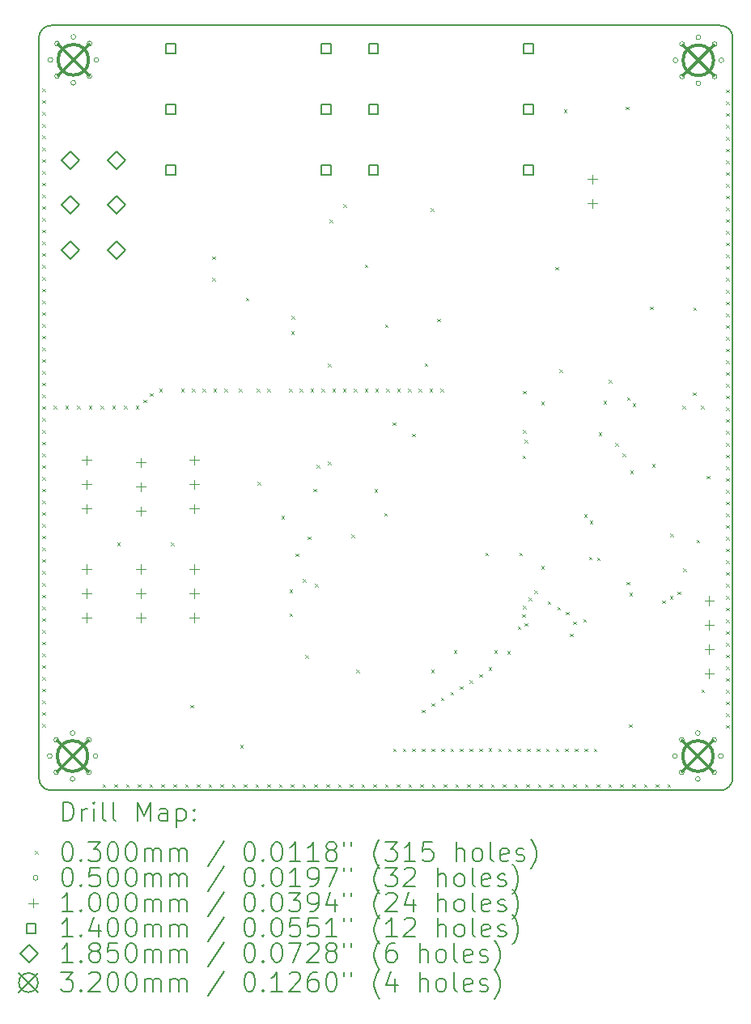
<source format=gbr>
%TF.GenerationSoftware,KiCad,Pcbnew,8.0.3*%
%TF.CreationDate,2025-02-06T22:11:14+07:00*%
%TF.ProjectId,Digital_Multi_Pedal_v1,44696769-7461-46c5-9f4d-756c74695f50,rev?*%
%TF.SameCoordinates,Original*%
%TF.FileFunction,Drillmap*%
%TF.FilePolarity,Positive*%
%FSLAX45Y45*%
G04 Gerber Fmt 4.5, Leading zero omitted, Abs format (unit mm)*
G04 Created by KiCad (PCBNEW 8.0.3) date 2025-02-06 22:11:14*
%MOMM*%
%LPD*%
G01*
G04 APERTURE LIST*
%ADD10C,0.200000*%
%ADD11C,0.100000*%
%ADD12C,0.140000*%
%ADD13C,0.185000*%
%ADD14C,0.320000*%
G04 APERTURE END LIST*
D10*
X10834420Y-14961400D02*
G75*
G02*
X10707420Y-14834400I0J127000D01*
G01*
X17838420Y-14961400D02*
X10834420Y-14961400D01*
X10707420Y-7088400D02*
G75*
G02*
X10834420Y-6961400I127000J0D01*
G01*
X17838420Y-6961400D02*
G75*
G02*
X17965420Y-7088400I0J-127000D01*
G01*
X10707420Y-14834400D02*
X10707420Y-7088400D01*
X17965420Y-14834400D02*
G75*
G02*
X17838420Y-14961400I-127000J0D01*
G01*
X10834420Y-6961400D02*
X17838420Y-6961400D01*
X17965420Y-7088400D02*
X17965420Y-14834400D01*
D11*
X10743460Y-7620540D02*
X10773460Y-7650540D01*
X10773460Y-7620540D02*
X10743460Y-7650540D01*
X10743460Y-7743636D02*
X10773460Y-7773636D01*
X10773460Y-7743636D02*
X10743460Y-7773636D01*
X10743460Y-7866732D02*
X10773460Y-7896732D01*
X10773460Y-7866732D02*
X10743460Y-7896732D01*
X10743460Y-7989828D02*
X10773460Y-8019828D01*
X10773460Y-7989828D02*
X10743460Y-8019828D01*
X10743460Y-8112924D02*
X10773460Y-8142924D01*
X10773460Y-8112924D02*
X10743460Y-8142924D01*
X10743460Y-8236019D02*
X10773460Y-8266019D01*
X10773460Y-8236019D02*
X10743460Y-8266019D01*
X10743460Y-8359115D02*
X10773460Y-8389115D01*
X10773460Y-8359115D02*
X10743460Y-8389115D01*
X10743460Y-8482211D02*
X10773460Y-8512211D01*
X10773460Y-8482211D02*
X10743460Y-8512211D01*
X10743460Y-8605307D02*
X10773460Y-8635307D01*
X10773460Y-8605307D02*
X10743460Y-8635307D01*
X10743460Y-8728403D02*
X10773460Y-8758403D01*
X10773460Y-8728403D02*
X10743460Y-8758403D01*
X10743460Y-8851499D02*
X10773460Y-8881499D01*
X10773460Y-8851499D02*
X10743460Y-8881499D01*
X10743460Y-8974595D02*
X10773460Y-9004595D01*
X10773460Y-8974595D02*
X10743460Y-9004595D01*
X10743460Y-9097691D02*
X10773460Y-9127691D01*
X10773460Y-9097691D02*
X10743460Y-9127691D01*
X10743460Y-9220787D02*
X10773460Y-9250787D01*
X10773460Y-9220787D02*
X10743460Y-9250787D01*
X10743460Y-9343883D02*
X10773460Y-9373883D01*
X10773460Y-9343883D02*
X10743460Y-9373883D01*
X10743460Y-9466979D02*
X10773460Y-9496979D01*
X10773460Y-9466979D02*
X10743460Y-9496979D01*
X10743460Y-9590074D02*
X10773460Y-9620074D01*
X10773460Y-9590074D02*
X10743460Y-9620074D01*
X10743460Y-9713170D02*
X10773460Y-9743170D01*
X10773460Y-9713170D02*
X10743460Y-9743170D01*
X10743460Y-9836266D02*
X10773460Y-9866266D01*
X10773460Y-9836266D02*
X10743460Y-9866266D01*
X10743460Y-9959362D02*
X10773460Y-9989362D01*
X10773460Y-9959362D02*
X10743460Y-9989362D01*
X10743460Y-10082458D02*
X10773460Y-10112458D01*
X10773460Y-10082458D02*
X10743460Y-10112458D01*
X10743460Y-10205554D02*
X10773460Y-10235554D01*
X10773460Y-10205554D02*
X10743460Y-10235554D01*
X10743460Y-10328650D02*
X10773460Y-10358650D01*
X10773460Y-10328650D02*
X10743460Y-10358650D01*
X10743460Y-10451746D02*
X10773460Y-10481746D01*
X10773460Y-10451746D02*
X10743460Y-10481746D01*
X10743460Y-10574842D02*
X10773460Y-10604842D01*
X10773460Y-10574842D02*
X10743460Y-10604842D01*
X10743460Y-10697938D02*
X10773460Y-10727938D01*
X10773460Y-10697938D02*
X10743460Y-10727938D01*
X10743460Y-10821033D02*
X10773460Y-10851033D01*
X10773460Y-10821033D02*
X10743460Y-10851033D01*
X10743460Y-10944129D02*
X10773460Y-10974129D01*
X10773460Y-10944129D02*
X10743460Y-10974129D01*
X10743460Y-11067225D02*
X10773460Y-11097225D01*
X10773460Y-11067225D02*
X10743460Y-11097225D01*
X10743460Y-11190321D02*
X10773460Y-11220321D01*
X10773460Y-11190321D02*
X10743460Y-11220321D01*
X10743460Y-11313417D02*
X10773460Y-11343417D01*
X10773460Y-11313417D02*
X10743460Y-11343417D01*
X10743460Y-11436513D02*
X10773460Y-11466513D01*
X10773460Y-11436513D02*
X10743460Y-11466513D01*
X10743460Y-11559609D02*
X10773460Y-11589609D01*
X10773460Y-11559609D02*
X10743460Y-11589609D01*
X10743460Y-11682705D02*
X10773460Y-11712705D01*
X10773460Y-11682705D02*
X10743460Y-11712705D01*
X10743460Y-11805801D02*
X10773460Y-11835801D01*
X10773460Y-11805801D02*
X10743460Y-11835801D01*
X10743460Y-11928896D02*
X10773460Y-11958896D01*
X10773460Y-11928896D02*
X10743460Y-11958896D01*
X10743460Y-12051992D02*
X10773460Y-12081992D01*
X10773460Y-12051992D02*
X10743460Y-12081992D01*
X10743460Y-12175088D02*
X10773460Y-12205088D01*
X10773460Y-12175088D02*
X10743460Y-12205088D01*
X10743460Y-12298184D02*
X10773460Y-12328184D01*
X10773460Y-12298184D02*
X10743460Y-12328184D01*
X10743460Y-12421280D02*
X10773460Y-12451280D01*
X10773460Y-12421280D02*
X10743460Y-12451280D01*
X10743460Y-12544376D02*
X10773460Y-12574376D01*
X10773460Y-12544376D02*
X10743460Y-12574376D01*
X10743460Y-12667472D02*
X10773460Y-12697472D01*
X10773460Y-12667472D02*
X10743460Y-12697472D01*
X10743460Y-12790568D02*
X10773460Y-12820568D01*
X10773460Y-12790568D02*
X10743460Y-12820568D01*
X10743460Y-12913664D02*
X10773460Y-12943664D01*
X10773460Y-12913664D02*
X10743460Y-12943664D01*
X10743460Y-13036760D02*
X10773460Y-13066760D01*
X10773460Y-13036760D02*
X10743460Y-13066760D01*
X10743460Y-13159855D02*
X10773460Y-13189855D01*
X10773460Y-13159855D02*
X10743460Y-13189855D01*
X10743460Y-13282951D02*
X10773460Y-13312951D01*
X10773460Y-13282951D02*
X10743460Y-13312951D01*
X10743460Y-13406047D02*
X10773460Y-13436047D01*
X10773460Y-13406047D02*
X10743460Y-13436047D01*
X10743460Y-13529143D02*
X10773460Y-13559143D01*
X10773460Y-13529143D02*
X10743460Y-13559143D01*
X10743460Y-13652239D02*
X10773460Y-13682239D01*
X10773460Y-13652239D02*
X10743460Y-13682239D01*
X10743460Y-13775335D02*
X10773460Y-13805335D01*
X10773460Y-13775335D02*
X10743460Y-13805335D01*
X10743460Y-13898431D02*
X10773460Y-13928431D01*
X10773460Y-13898431D02*
X10743460Y-13928431D01*
X10743460Y-14021527D02*
X10773460Y-14051527D01*
X10773460Y-14021527D02*
X10743460Y-14051527D01*
X10743460Y-14144623D02*
X10773460Y-14174623D01*
X10773460Y-14144623D02*
X10743460Y-14174623D01*
X10743460Y-14267720D02*
X10773460Y-14297720D01*
X10773460Y-14267720D02*
X10743460Y-14297720D01*
X10860300Y-10940320D02*
X10890300Y-10970320D01*
X10890300Y-10940320D02*
X10860300Y-10970320D01*
X10982946Y-10940320D02*
X11012946Y-10970320D01*
X11012946Y-10940320D02*
X10982946Y-10970320D01*
X11105591Y-10940320D02*
X11135591Y-10970320D01*
X11135591Y-10940320D02*
X11105591Y-10970320D01*
X11228237Y-10940320D02*
X11258237Y-10970320D01*
X11258237Y-10940320D02*
X11228237Y-10970320D01*
X11350883Y-10940320D02*
X11380883Y-10970320D01*
X11380883Y-10940320D02*
X11350883Y-10970320D01*
X11373380Y-14895100D02*
X11403380Y-14925100D01*
X11403380Y-14895100D02*
X11373380Y-14925100D01*
X11473528Y-10940320D02*
X11503528Y-10970320D01*
X11503528Y-10940320D02*
X11473528Y-10970320D01*
X11496476Y-14895100D02*
X11526476Y-14925100D01*
X11526476Y-14895100D02*
X11496476Y-14925100D01*
X11525780Y-12367800D02*
X11555780Y-12397800D01*
X11555780Y-12367800D02*
X11525780Y-12397800D01*
X11596174Y-10940320D02*
X11626174Y-10970320D01*
X11626174Y-10940320D02*
X11596174Y-10970320D01*
X11619572Y-14895100D02*
X11649572Y-14925100D01*
X11649572Y-14895100D02*
X11619572Y-14925100D01*
X11718820Y-10940320D02*
X11748820Y-10970320D01*
X11748820Y-10940320D02*
X11718820Y-10970320D01*
X11742668Y-14895100D02*
X11772668Y-14925100D01*
X11772668Y-14895100D02*
X11742668Y-14925100D01*
X11800100Y-10876820D02*
X11830100Y-10906820D01*
X11830100Y-10876820D02*
X11800100Y-10906820D01*
X11865764Y-14895100D02*
X11895764Y-14925100D01*
X11895764Y-14895100D02*
X11865764Y-14925100D01*
X11868680Y-10808240D02*
X11898680Y-10838240D01*
X11898680Y-10808240D02*
X11868680Y-10838240D01*
X11967270Y-10762520D02*
X11997270Y-10792520D01*
X11997270Y-10762520D02*
X11967270Y-10792520D01*
X11988859Y-14895100D02*
X12018859Y-14925100D01*
X12018859Y-14895100D02*
X11988859Y-14925100D01*
X12087120Y-12370340D02*
X12117120Y-12400340D01*
X12117120Y-12370340D02*
X12087120Y-12400340D01*
X12111955Y-14895100D02*
X12141955Y-14925100D01*
X12141955Y-14895100D02*
X12111955Y-14925100D01*
X12193366Y-10762520D02*
X12223366Y-10792520D01*
X12223366Y-10762520D02*
X12193366Y-10792520D01*
X12235051Y-14895100D02*
X12265051Y-14925100D01*
X12265051Y-14895100D02*
X12235051Y-14925100D01*
X12290320Y-14068380D02*
X12320320Y-14098380D01*
X12320320Y-14068380D02*
X12290320Y-14098380D01*
X12306414Y-10762520D02*
X12336414Y-10792520D01*
X12336414Y-10762520D02*
X12306414Y-10792520D01*
X12358147Y-14895100D02*
X12388147Y-14925100D01*
X12388147Y-14895100D02*
X12358147Y-14925100D01*
X12419462Y-10762520D02*
X12449462Y-10792520D01*
X12449462Y-10762520D02*
X12419462Y-10792520D01*
X12481243Y-14895100D02*
X12511243Y-14925100D01*
X12511243Y-14895100D02*
X12481243Y-14925100D01*
X12518920Y-9375680D02*
X12548920Y-9405680D01*
X12548920Y-9375680D02*
X12518920Y-9405680D01*
X12518920Y-9601740D02*
X12548920Y-9631740D01*
X12548920Y-9601740D02*
X12518920Y-9631740D01*
X12532510Y-10762520D02*
X12562510Y-10792520D01*
X12562510Y-10762520D02*
X12532510Y-10792520D01*
X12604339Y-14895100D02*
X12634339Y-14925100D01*
X12634339Y-14895100D02*
X12604339Y-14925100D01*
X12645558Y-10762520D02*
X12675558Y-10792520D01*
X12675558Y-10762520D02*
X12645558Y-10792520D01*
X12727435Y-14895100D02*
X12757435Y-14925100D01*
X12757435Y-14895100D02*
X12727435Y-14925100D01*
X12800860Y-10762520D02*
X12830860Y-10792520D01*
X12830860Y-10762520D02*
X12800860Y-10792520D01*
X12813420Y-14483760D02*
X12843420Y-14513760D01*
X12843420Y-14483760D02*
X12813420Y-14513760D01*
X12850531Y-14895100D02*
X12880531Y-14925100D01*
X12880531Y-14895100D02*
X12850531Y-14925100D01*
X12871420Y-9806560D02*
X12901420Y-9836560D01*
X12901420Y-9806560D02*
X12871420Y-9836560D01*
X12973627Y-14895100D02*
X13003627Y-14925100D01*
X13003627Y-14895100D02*
X12973627Y-14925100D01*
X12984702Y-10762520D02*
X13014702Y-10792520D01*
X13014702Y-10762520D02*
X12984702Y-10792520D01*
X12995420Y-11734400D02*
X13025420Y-11764400D01*
X13025420Y-11734400D02*
X12995420Y-11764400D01*
X13096723Y-14895100D02*
X13126723Y-14925100D01*
X13126723Y-14895100D02*
X13096723Y-14925100D01*
X13097750Y-10762520D02*
X13127750Y-10792520D01*
X13127750Y-10762520D02*
X13097750Y-10792520D01*
X13219818Y-14895100D02*
X13249818Y-14925100D01*
X13249818Y-14895100D02*
X13219818Y-14925100D01*
X13242420Y-12091400D02*
X13272420Y-12121400D01*
X13272420Y-12091400D02*
X13242420Y-12121400D01*
X13323846Y-10762520D02*
X13353846Y-10792520D01*
X13353846Y-10762520D02*
X13323846Y-10792520D01*
X13327420Y-12860400D02*
X13357420Y-12890400D01*
X13357420Y-12860400D02*
X13327420Y-12890400D01*
X13327420Y-13108400D02*
X13357420Y-13138400D01*
X13357420Y-13108400D02*
X13327420Y-13138400D01*
X13342914Y-14895100D02*
X13372914Y-14925100D01*
X13372914Y-14895100D02*
X13342914Y-14925100D01*
X13344420Y-10160540D02*
X13374420Y-10190540D01*
X13374420Y-10160540D02*
X13344420Y-10190540D01*
X13352040Y-10000740D02*
X13382040Y-10030740D01*
X13382040Y-10000740D02*
X13352040Y-10030740D01*
X13393260Y-12483215D02*
X13423260Y-12513215D01*
X13423260Y-12483215D02*
X13393260Y-12513215D01*
X13436894Y-10762520D02*
X13466894Y-10792520D01*
X13466894Y-10762520D02*
X13436894Y-10792520D01*
X13466010Y-14895100D02*
X13496010Y-14925100D01*
X13496010Y-14895100D02*
X13466010Y-14925100D01*
X13470420Y-12752400D02*
X13500420Y-12782400D01*
X13500420Y-12752400D02*
X13470420Y-12782400D01*
X13493900Y-13546740D02*
X13523900Y-13576740D01*
X13523900Y-13546740D02*
X13493900Y-13576740D01*
X13517420Y-12304400D02*
X13547420Y-12334400D01*
X13547420Y-12304400D02*
X13517420Y-12334400D01*
X13549942Y-10762520D02*
X13579942Y-10792520D01*
X13579942Y-10762520D02*
X13549942Y-10792520D01*
X13580640Y-11806460D02*
X13610640Y-11836460D01*
X13610640Y-11806460D02*
X13580640Y-11836460D01*
X13589106Y-14895100D02*
X13619106Y-14925100D01*
X13619106Y-14895100D02*
X13589106Y-14925100D01*
X13597680Y-12801400D02*
X13627680Y-12831400D01*
X13627680Y-12801400D02*
X13597680Y-12831400D01*
X13613660Y-11555000D02*
X13643660Y-11585000D01*
X13643660Y-11555000D02*
X13613660Y-11585000D01*
X13662990Y-10762520D02*
X13692990Y-10792520D01*
X13692990Y-10762520D02*
X13662990Y-10792520D01*
X13712202Y-14895100D02*
X13742202Y-14925100D01*
X13742202Y-14895100D02*
X13712202Y-14925100D01*
X13730420Y-10500400D02*
X13760420Y-10530400D01*
X13760420Y-10500400D02*
X13730420Y-10530400D01*
X13730420Y-11524400D02*
X13760420Y-11554400D01*
X13760420Y-11524400D02*
X13730420Y-11554400D01*
X13748280Y-8989600D02*
X13778280Y-9019600D01*
X13778280Y-8989600D02*
X13748280Y-9019600D01*
X13776038Y-10762520D02*
X13806038Y-10792520D01*
X13806038Y-10762520D02*
X13776038Y-10792520D01*
X13835298Y-14895100D02*
X13865298Y-14925100D01*
X13865298Y-14895100D02*
X13835298Y-14925100D01*
X13889086Y-10762520D02*
X13919086Y-10792520D01*
X13919086Y-10762520D02*
X13889086Y-10792520D01*
X13893420Y-8830400D02*
X13923420Y-8860400D01*
X13923420Y-8830400D02*
X13893420Y-8860400D01*
X13958394Y-14895100D02*
X13988394Y-14925100D01*
X13988394Y-14895100D02*
X13958394Y-14925100D01*
X13974340Y-12286520D02*
X14004340Y-12316520D01*
X14004340Y-12286520D02*
X13974340Y-12316520D01*
X14002134Y-10762520D02*
X14032134Y-10792520D01*
X14032134Y-10762520D02*
X14002134Y-10792520D01*
X14027680Y-13698760D02*
X14057680Y-13728760D01*
X14057680Y-13698760D02*
X14027680Y-13728760D01*
X14081490Y-14895100D02*
X14111490Y-14925100D01*
X14111490Y-14895100D02*
X14081490Y-14925100D01*
X14115182Y-10762520D02*
X14145182Y-10792520D01*
X14145182Y-10762520D02*
X14115182Y-10792520D01*
X14117460Y-9460360D02*
X14147460Y-9490360D01*
X14147460Y-9460360D02*
X14117460Y-9490360D01*
X14204586Y-14895100D02*
X14234586Y-14925100D01*
X14234586Y-14895100D02*
X14204586Y-14925100D01*
X14216420Y-11808400D02*
X14246420Y-11838400D01*
X14246420Y-11808400D02*
X14216420Y-11838400D01*
X14228230Y-10762520D02*
X14258230Y-10792520D01*
X14258230Y-10762520D02*
X14228230Y-10792520D01*
X14321420Y-12059400D02*
X14351420Y-12089400D01*
X14351420Y-12059400D02*
X14321420Y-12089400D01*
X14326420Y-10087400D02*
X14356420Y-10117400D01*
X14356420Y-10087400D02*
X14326420Y-10117400D01*
X14327682Y-14895100D02*
X14357682Y-14925100D01*
X14357682Y-14895100D02*
X14327682Y-14925100D01*
X14341278Y-10762520D02*
X14371278Y-10792520D01*
X14371278Y-10762520D02*
X14341278Y-10792520D01*
X14408420Y-11112400D02*
X14438420Y-11142400D01*
X14438420Y-11112400D02*
X14408420Y-11142400D01*
X14413420Y-14523400D02*
X14443420Y-14553400D01*
X14443420Y-14523400D02*
X14413420Y-14553400D01*
X14450777Y-14895100D02*
X14480777Y-14925100D01*
X14480777Y-14895100D02*
X14450777Y-14925100D01*
X14454326Y-10762520D02*
X14484326Y-10792520D01*
X14484326Y-10762520D02*
X14454326Y-10792520D01*
X14513420Y-14523400D02*
X14543420Y-14553400D01*
X14543420Y-14523400D02*
X14513420Y-14553400D01*
X14567374Y-10762520D02*
X14597374Y-10792520D01*
X14597374Y-10762520D02*
X14567374Y-10792520D01*
X14573873Y-14895100D02*
X14603873Y-14925100D01*
X14603873Y-14895100D02*
X14573873Y-14925100D01*
X14611880Y-11229880D02*
X14641880Y-11259880D01*
X14641880Y-11229880D02*
X14611880Y-11259880D01*
X14613420Y-14523400D02*
X14643420Y-14553400D01*
X14643420Y-14523400D02*
X14613420Y-14553400D01*
X14680422Y-10762520D02*
X14710422Y-10792520D01*
X14710422Y-10762520D02*
X14680422Y-10792520D01*
X14696969Y-14895100D02*
X14726969Y-14925100D01*
X14726969Y-14895100D02*
X14696969Y-14925100D01*
X14713420Y-14116400D02*
X14743420Y-14146400D01*
X14743420Y-14116400D02*
X14713420Y-14146400D01*
X14713420Y-14523400D02*
X14743420Y-14553400D01*
X14743420Y-14523400D02*
X14713420Y-14553400D01*
X14744420Y-10495400D02*
X14774420Y-10525400D01*
X14774420Y-10495400D02*
X14744420Y-10525400D01*
X14793470Y-10762520D02*
X14823470Y-10792520D01*
X14823470Y-10762520D02*
X14793470Y-10792520D01*
X14804920Y-8872760D02*
X14834920Y-8902760D01*
X14834920Y-8872760D02*
X14804920Y-8902760D01*
X14810000Y-13698760D02*
X14840000Y-13728760D01*
X14840000Y-13698760D02*
X14810000Y-13728760D01*
X14813420Y-14049240D02*
X14843420Y-14079240D01*
X14843420Y-14049240D02*
X14813420Y-14079240D01*
X14813420Y-14523400D02*
X14843420Y-14553400D01*
X14843420Y-14523400D02*
X14813420Y-14553400D01*
X14820065Y-14895100D02*
X14850065Y-14925100D01*
X14850065Y-14895100D02*
X14820065Y-14925100D01*
X14873302Y-10028263D02*
X14903302Y-10058263D01*
X14903302Y-10028263D02*
X14873302Y-10058263D01*
X14906520Y-10762520D02*
X14936520Y-10792520D01*
X14936520Y-10762520D02*
X14906520Y-10792520D01*
X14913420Y-13991240D02*
X14943420Y-14021240D01*
X14943420Y-13991240D02*
X14913420Y-14021240D01*
X14914420Y-14523400D02*
X14944420Y-14553400D01*
X14944420Y-14523400D02*
X14914420Y-14553400D01*
X14943161Y-14895100D02*
X14973161Y-14925100D01*
X14973161Y-14895100D02*
X14943161Y-14925100D01*
X15013420Y-13931240D02*
X15043420Y-13961240D01*
X15043420Y-13931240D02*
X15013420Y-13961240D01*
X15013420Y-14523400D02*
X15043420Y-14553400D01*
X15043420Y-14523400D02*
X15013420Y-14553400D01*
X15047380Y-13494400D02*
X15077380Y-13524400D01*
X15077380Y-13494400D02*
X15047380Y-13524400D01*
X15066257Y-14895100D02*
X15096257Y-14925100D01*
X15096257Y-14895100D02*
X15066257Y-14925100D01*
X15113420Y-13871400D02*
X15143420Y-13901400D01*
X15143420Y-13871400D02*
X15113420Y-13901400D01*
X15113420Y-14523400D02*
X15143420Y-14553400D01*
X15143420Y-14523400D02*
X15113420Y-14553400D01*
X15189353Y-14895100D02*
X15219353Y-14925100D01*
X15219353Y-14895100D02*
X15189353Y-14925100D01*
X15213420Y-13809240D02*
X15243420Y-13839240D01*
X15243420Y-13809240D02*
X15213420Y-13839240D01*
X15213420Y-14523400D02*
X15243420Y-14553400D01*
X15243420Y-14523400D02*
X15213420Y-14553400D01*
X15312449Y-14895100D02*
X15342449Y-14925100D01*
X15342449Y-14895100D02*
X15312449Y-14925100D01*
X15313420Y-13743400D02*
X15343420Y-13773400D01*
X15343420Y-13743400D02*
X15313420Y-13773400D01*
X15314420Y-14523400D02*
X15344420Y-14553400D01*
X15344420Y-14523400D02*
X15314420Y-14553400D01*
X15376420Y-12474480D02*
X15406420Y-12504480D01*
X15406420Y-12474480D02*
X15376420Y-12504480D01*
X15413420Y-13673400D02*
X15443420Y-13703400D01*
X15443420Y-13673400D02*
X15413420Y-13703400D01*
X15413420Y-14521400D02*
X15443420Y-14551400D01*
X15443420Y-14521400D02*
X15413420Y-14551400D01*
X15435545Y-14895100D02*
X15465545Y-14925100D01*
X15465545Y-14895100D02*
X15435545Y-14925100D01*
X15470400Y-13494400D02*
X15500400Y-13524400D01*
X15500400Y-13494400D02*
X15470400Y-13524400D01*
X15513420Y-14523400D02*
X15543420Y-14553400D01*
X15543420Y-14523400D02*
X15513420Y-14553400D01*
X15558641Y-14895100D02*
X15588641Y-14925100D01*
X15588641Y-14895100D02*
X15558641Y-14925100D01*
X15607560Y-13505720D02*
X15637560Y-13535720D01*
X15637560Y-13505720D02*
X15607560Y-13535720D01*
X15614420Y-14523400D02*
X15644420Y-14553400D01*
X15644420Y-14523400D02*
X15614420Y-14553400D01*
X15681736Y-14895100D02*
X15711736Y-14925100D01*
X15711736Y-14895100D02*
X15681736Y-14925100D01*
X15713420Y-14523400D02*
X15743420Y-14553400D01*
X15743420Y-14523400D02*
X15713420Y-14553400D01*
X15716420Y-13244400D02*
X15746420Y-13274400D01*
X15746420Y-13244400D02*
X15716420Y-13274400D01*
X15734560Y-12474480D02*
X15764560Y-12504480D01*
X15764560Y-12474480D02*
X15734560Y-12504480D01*
X15761420Y-13117400D02*
X15791420Y-13147400D01*
X15791420Y-13117400D02*
X15761420Y-13147400D01*
X15767580Y-11461020D02*
X15797580Y-11491020D01*
X15797580Y-11461020D02*
X15767580Y-11491020D01*
X15771420Y-13028400D02*
X15801420Y-13058400D01*
X15801420Y-13028400D02*
X15771420Y-13058400D01*
X15772660Y-10780300D02*
X15802660Y-10810300D01*
X15802660Y-10780300D02*
X15772660Y-10810300D01*
X15772660Y-11191780D02*
X15802660Y-11221780D01*
X15802660Y-11191780D02*
X15772660Y-11221780D01*
X15789170Y-11292110D02*
X15819170Y-11322110D01*
X15819170Y-11292110D02*
X15789170Y-11322110D01*
X15789420Y-13211400D02*
X15819420Y-13241400D01*
X15819420Y-13211400D02*
X15789420Y-13241400D01*
X15804832Y-14895100D02*
X15834832Y-14925100D01*
X15834832Y-14895100D02*
X15804832Y-14925100D01*
X15813420Y-14523400D02*
X15843420Y-14553400D01*
X15843420Y-14523400D02*
X15813420Y-14553400D01*
X15831420Y-12943400D02*
X15861420Y-12973400D01*
X15861420Y-12943400D02*
X15831420Y-12973400D01*
X15891420Y-12867400D02*
X15921420Y-12897400D01*
X15921420Y-12867400D02*
X15891420Y-12897400D01*
X15913420Y-14523400D02*
X15943420Y-14553400D01*
X15943420Y-14523400D02*
X15913420Y-14553400D01*
X15927928Y-14895100D02*
X15957928Y-14925100D01*
X15957928Y-14895100D02*
X15927928Y-14925100D01*
X15961420Y-12616400D02*
X15991420Y-12646400D01*
X15991420Y-12616400D02*
X15961420Y-12646400D01*
X15963580Y-10898400D02*
X15993580Y-10928400D01*
X15993580Y-10898400D02*
X15963580Y-10928400D01*
X16013420Y-14523400D02*
X16043420Y-14553400D01*
X16043420Y-14523400D02*
X16013420Y-14553400D01*
X16030420Y-12981400D02*
X16060420Y-13011400D01*
X16060420Y-12981400D02*
X16030420Y-13011400D01*
X16051024Y-14895100D02*
X16081024Y-14925100D01*
X16081024Y-14895100D02*
X16051024Y-14925100D01*
X16110420Y-9486400D02*
X16140420Y-9516400D01*
X16140420Y-9486400D02*
X16110420Y-9516400D01*
X16113420Y-14524400D02*
X16143420Y-14554400D01*
X16143420Y-14524400D02*
X16113420Y-14554400D01*
X16132420Y-13041560D02*
X16162420Y-13071560D01*
X16162420Y-13041560D02*
X16132420Y-13071560D01*
X16150420Y-10559400D02*
X16180420Y-10589400D01*
X16180420Y-10559400D02*
X16150420Y-10589400D01*
X16174120Y-14895100D02*
X16204120Y-14925100D01*
X16204120Y-14895100D02*
X16174120Y-14925100D01*
X16199380Y-7838980D02*
X16229380Y-7868980D01*
X16229380Y-7838980D02*
X16199380Y-7868980D01*
X16213420Y-14523400D02*
X16243420Y-14553400D01*
X16243420Y-14523400D02*
X16213420Y-14553400D01*
X16221420Y-13091560D02*
X16251420Y-13121560D01*
X16251420Y-13091560D02*
X16221420Y-13121560D01*
X16263120Y-13320700D02*
X16293120Y-13350700D01*
X16293120Y-13320700D02*
X16263120Y-13350700D01*
X16296920Y-13194900D02*
X16326920Y-13224900D01*
X16326920Y-13194900D02*
X16296920Y-13224900D01*
X16297216Y-14895100D02*
X16327216Y-14925100D01*
X16327216Y-14895100D02*
X16297216Y-14925100D01*
X16313420Y-14523400D02*
X16343420Y-14553400D01*
X16343420Y-14523400D02*
X16313420Y-14553400D01*
X16403260Y-13169400D02*
X16433260Y-13199400D01*
X16433260Y-13169400D02*
X16403260Y-13199400D01*
X16412420Y-12073400D02*
X16442420Y-12103400D01*
X16442420Y-12073400D02*
X16412420Y-12103400D01*
X16414420Y-14523400D02*
X16444420Y-14553400D01*
X16444420Y-14523400D02*
X16414420Y-14553400D01*
X16420312Y-14895100D02*
X16450312Y-14925100D01*
X16450312Y-14895100D02*
X16420312Y-14925100D01*
X16463420Y-12518400D02*
X16493420Y-12548400D01*
X16493420Y-12518400D02*
X16463420Y-12548400D01*
X16471420Y-12139400D02*
X16501420Y-12169400D01*
X16501420Y-12139400D02*
X16471420Y-12169400D01*
X16512420Y-14522400D02*
X16542420Y-14552400D01*
X16542420Y-14522400D02*
X16512420Y-14552400D01*
X16543408Y-14895100D02*
X16573408Y-14925100D01*
X16573408Y-14895100D02*
X16543408Y-14925100D01*
X16547420Y-12526400D02*
X16577420Y-12556400D01*
X16577420Y-12526400D02*
X16547420Y-12556400D01*
X16561420Y-11219400D02*
X16591420Y-11249400D01*
X16591420Y-11219400D02*
X16561420Y-11249400D01*
X16615820Y-10889400D02*
X16645820Y-10919400D01*
X16645820Y-10889400D02*
X16615820Y-10919400D01*
X16666504Y-14895100D02*
X16696504Y-14925100D01*
X16696504Y-14895100D02*
X16666504Y-14925100D01*
X16667420Y-10669400D02*
X16697420Y-10699400D01*
X16697420Y-10669400D02*
X16667420Y-10699400D01*
X16735420Y-11329400D02*
X16765420Y-11359400D01*
X16765420Y-11329400D02*
X16735420Y-11359400D01*
X16789600Y-14895100D02*
X16819600Y-14925100D01*
X16819600Y-14895100D02*
X16789600Y-14925100D01*
X16813420Y-11439400D02*
X16843420Y-11469400D01*
X16843420Y-11439400D02*
X16813420Y-11469400D01*
X16844540Y-7811040D02*
X16874540Y-7841040D01*
X16874540Y-7811040D02*
X16844540Y-7841040D01*
X16855920Y-12781900D02*
X16885920Y-12811900D01*
X16885920Y-12781900D02*
X16855920Y-12811900D01*
X16859780Y-10851420D02*
X16889780Y-10881420D01*
X16889780Y-10851420D02*
X16859780Y-10881420D01*
X16882640Y-14269400D02*
X16912640Y-14299400D01*
X16912640Y-14269400D02*
X16882640Y-14299400D01*
X16885180Y-12896120D02*
X16915180Y-12926120D01*
X16915180Y-12896120D02*
X16885180Y-12926120D01*
X16892420Y-11617400D02*
X16922420Y-11647400D01*
X16922420Y-11617400D02*
X16892420Y-11647400D01*
X16912696Y-14895100D02*
X16942696Y-14925100D01*
X16942696Y-14895100D02*
X16912696Y-14925100D01*
X16918200Y-10912380D02*
X16948200Y-10942380D01*
X16948200Y-10912380D02*
X16918200Y-10942380D01*
X17035791Y-14895100D02*
X17065791Y-14925100D01*
X17065791Y-14895100D02*
X17035791Y-14925100D01*
X17101080Y-9901460D02*
X17131080Y-9931460D01*
X17131080Y-9901460D02*
X17101080Y-9931460D01*
X17121400Y-11549120D02*
X17151400Y-11579120D01*
X17151400Y-11549120D02*
X17121400Y-11579120D01*
X17158887Y-14895100D02*
X17188887Y-14925100D01*
X17188887Y-14895100D02*
X17158887Y-14925100D01*
X17226420Y-12973400D02*
X17256420Y-13003400D01*
X17256420Y-12973400D02*
X17226420Y-13003400D01*
X17281985Y-14895100D02*
X17311985Y-14925100D01*
X17311985Y-14895100D02*
X17281985Y-14925100D01*
X17309920Y-12925900D02*
X17339920Y-12955900D01*
X17339920Y-12925900D02*
X17309920Y-12955900D01*
X17312260Y-12274819D02*
X17342260Y-12304819D01*
X17342260Y-12274819D02*
X17312260Y-12304819D01*
X17388260Y-12881400D02*
X17418260Y-12911400D01*
X17418260Y-12881400D02*
X17388260Y-12911400D01*
X17441440Y-10940320D02*
X17471440Y-10970320D01*
X17471440Y-10940320D02*
X17441440Y-10970320D01*
X17448420Y-12641400D02*
X17478420Y-12671400D01*
X17478420Y-12641400D02*
X17448420Y-12671400D01*
X17549420Y-10799560D02*
X17579420Y-10829560D01*
X17579420Y-10799560D02*
X17549420Y-10829560D01*
X17553200Y-9909080D02*
X17583200Y-9939080D01*
X17583200Y-9909080D02*
X17553200Y-9939080D01*
X17587320Y-12341300D02*
X17617320Y-12371300D01*
X17617320Y-12341300D02*
X17587320Y-12371300D01*
X17634480Y-10940320D02*
X17664480Y-10970320D01*
X17664480Y-10940320D02*
X17634480Y-10970320D01*
X17637020Y-13904500D02*
X17667020Y-13934500D01*
X17667020Y-13904500D02*
X17637020Y-13934500D01*
X17694420Y-11671400D02*
X17724420Y-11701400D01*
X17724420Y-11671400D02*
X17694420Y-11701400D01*
X17898640Y-7633240D02*
X17928640Y-7663240D01*
X17928640Y-7633240D02*
X17898640Y-7663240D01*
X17898640Y-7756336D02*
X17928640Y-7786336D01*
X17928640Y-7756336D02*
X17898640Y-7786336D01*
X17898640Y-7879432D02*
X17928640Y-7909432D01*
X17928640Y-7879432D02*
X17898640Y-7909432D01*
X17898640Y-8002528D02*
X17928640Y-8032528D01*
X17928640Y-8002528D02*
X17898640Y-8032528D01*
X17898640Y-8125624D02*
X17928640Y-8155624D01*
X17928640Y-8125624D02*
X17898640Y-8155624D01*
X17898640Y-8248719D02*
X17928640Y-8278719D01*
X17928640Y-8248719D02*
X17898640Y-8278719D01*
X17898640Y-8371815D02*
X17928640Y-8401815D01*
X17928640Y-8371815D02*
X17898640Y-8401815D01*
X17898640Y-8494911D02*
X17928640Y-8524911D01*
X17928640Y-8494911D02*
X17898640Y-8524911D01*
X17898640Y-8618007D02*
X17928640Y-8648007D01*
X17928640Y-8618007D02*
X17898640Y-8648007D01*
X17898640Y-8741103D02*
X17928640Y-8771103D01*
X17928640Y-8741103D02*
X17898640Y-8771103D01*
X17898640Y-8864199D02*
X17928640Y-8894199D01*
X17928640Y-8864199D02*
X17898640Y-8894199D01*
X17898640Y-8987295D02*
X17928640Y-9017295D01*
X17928640Y-8987295D02*
X17898640Y-9017295D01*
X17898640Y-9110391D02*
X17928640Y-9140391D01*
X17928640Y-9110391D02*
X17898640Y-9140391D01*
X17898640Y-9233487D02*
X17928640Y-9263487D01*
X17928640Y-9233487D02*
X17898640Y-9263487D01*
X17898640Y-9356583D02*
X17928640Y-9386583D01*
X17928640Y-9356583D02*
X17898640Y-9386583D01*
X17898640Y-9479679D02*
X17928640Y-9509679D01*
X17928640Y-9479679D02*
X17898640Y-9509679D01*
X17898640Y-9602774D02*
X17928640Y-9632774D01*
X17928640Y-9602774D02*
X17898640Y-9632774D01*
X17898640Y-9725870D02*
X17928640Y-9755870D01*
X17928640Y-9725870D02*
X17898640Y-9755870D01*
X17898640Y-9848966D02*
X17928640Y-9878966D01*
X17928640Y-9848966D02*
X17898640Y-9878966D01*
X17898640Y-9972062D02*
X17928640Y-10002062D01*
X17928640Y-9972062D02*
X17898640Y-10002062D01*
X17898640Y-10095158D02*
X17928640Y-10125158D01*
X17928640Y-10095158D02*
X17898640Y-10125158D01*
X17898640Y-10218254D02*
X17928640Y-10248254D01*
X17928640Y-10218254D02*
X17898640Y-10248254D01*
X17898640Y-10341350D02*
X17928640Y-10371350D01*
X17928640Y-10341350D02*
X17898640Y-10371350D01*
X17898640Y-10464446D02*
X17928640Y-10494446D01*
X17928640Y-10464446D02*
X17898640Y-10494446D01*
X17898640Y-10587542D02*
X17928640Y-10617542D01*
X17928640Y-10587542D02*
X17898640Y-10617542D01*
X17898640Y-10710638D02*
X17928640Y-10740638D01*
X17928640Y-10710638D02*
X17898640Y-10740638D01*
X17898640Y-10833733D02*
X17928640Y-10863733D01*
X17928640Y-10833733D02*
X17898640Y-10863733D01*
X17898640Y-10956829D02*
X17928640Y-10986829D01*
X17928640Y-10956829D02*
X17898640Y-10986829D01*
X17898640Y-11079925D02*
X17928640Y-11109925D01*
X17928640Y-11079925D02*
X17898640Y-11109925D01*
X17898640Y-11203021D02*
X17928640Y-11233021D01*
X17928640Y-11203021D02*
X17898640Y-11233021D01*
X17898640Y-11326117D02*
X17928640Y-11356117D01*
X17928640Y-11326117D02*
X17898640Y-11356117D01*
X17898640Y-11449213D02*
X17928640Y-11479213D01*
X17928640Y-11449213D02*
X17898640Y-11479213D01*
X17898640Y-11572309D02*
X17928640Y-11602309D01*
X17928640Y-11572309D02*
X17898640Y-11602309D01*
X17898640Y-11695405D02*
X17928640Y-11725405D01*
X17928640Y-11695405D02*
X17898640Y-11725405D01*
X17898640Y-11818501D02*
X17928640Y-11848501D01*
X17928640Y-11818501D02*
X17898640Y-11848501D01*
X17898640Y-11941596D02*
X17928640Y-11971596D01*
X17928640Y-11941596D02*
X17898640Y-11971596D01*
X17898640Y-12064692D02*
X17928640Y-12094692D01*
X17928640Y-12064692D02*
X17898640Y-12094692D01*
X17898640Y-12187788D02*
X17928640Y-12217788D01*
X17928640Y-12187788D02*
X17898640Y-12217788D01*
X17898640Y-12310884D02*
X17928640Y-12340884D01*
X17928640Y-12310884D02*
X17898640Y-12340884D01*
X17898640Y-12433980D02*
X17928640Y-12463980D01*
X17928640Y-12433980D02*
X17898640Y-12463980D01*
X17898640Y-12557076D02*
X17928640Y-12587076D01*
X17928640Y-12557076D02*
X17898640Y-12587076D01*
X17898640Y-12680172D02*
X17928640Y-12710172D01*
X17928640Y-12680172D02*
X17898640Y-12710172D01*
X17898640Y-12803268D02*
X17928640Y-12833268D01*
X17928640Y-12803268D02*
X17898640Y-12833268D01*
X17898640Y-12926364D02*
X17928640Y-12956364D01*
X17928640Y-12926364D02*
X17898640Y-12956364D01*
X17898640Y-13049460D02*
X17928640Y-13079460D01*
X17928640Y-13049460D02*
X17898640Y-13079460D01*
X17898640Y-13172555D02*
X17928640Y-13202555D01*
X17928640Y-13172555D02*
X17898640Y-13202555D01*
X17898640Y-13295651D02*
X17928640Y-13325651D01*
X17928640Y-13295651D02*
X17898640Y-13325651D01*
X17898640Y-13418747D02*
X17928640Y-13448747D01*
X17928640Y-13418747D02*
X17898640Y-13448747D01*
X17898640Y-13541843D02*
X17928640Y-13571843D01*
X17928640Y-13541843D02*
X17898640Y-13571843D01*
X17898640Y-13664939D02*
X17928640Y-13694939D01*
X17928640Y-13664939D02*
X17898640Y-13694939D01*
X17898640Y-13788035D02*
X17928640Y-13818035D01*
X17928640Y-13788035D02*
X17898640Y-13818035D01*
X17898640Y-13911131D02*
X17928640Y-13941131D01*
X17928640Y-13911131D02*
X17898640Y-13941131D01*
X17898640Y-14034227D02*
X17928640Y-14064227D01*
X17928640Y-14034227D02*
X17898640Y-14064227D01*
X17898640Y-14157323D02*
X17928640Y-14187323D01*
X17928640Y-14157323D02*
X17898640Y-14187323D01*
X17898640Y-14280420D02*
X17928640Y-14310420D01*
X17928640Y-14280420D02*
X17898640Y-14310420D01*
X10844420Y-14602400D02*
G75*
G02*
X10794420Y-14602400I-25000J0D01*
G01*
X10794420Y-14602400D02*
G75*
G02*
X10844420Y-14602400I25000J0D01*
G01*
X10852420Y-7320400D02*
G75*
G02*
X10802420Y-7320400I-25000J0D01*
G01*
X10802420Y-7320400D02*
G75*
G02*
X10852420Y-7320400I25000J0D01*
G01*
X10914714Y-14432694D02*
G75*
G02*
X10864714Y-14432694I-25000J0D01*
G01*
X10864714Y-14432694D02*
G75*
G02*
X10914714Y-14432694I25000J0D01*
G01*
X10914714Y-14772106D02*
G75*
G02*
X10864714Y-14772106I-25000J0D01*
G01*
X10864714Y-14772106D02*
G75*
G02*
X10914714Y-14772106I25000J0D01*
G01*
X10922714Y-7150694D02*
G75*
G02*
X10872714Y-7150694I-25000J0D01*
G01*
X10872714Y-7150694D02*
G75*
G02*
X10922714Y-7150694I25000J0D01*
G01*
X10922714Y-7490106D02*
G75*
G02*
X10872714Y-7490106I-25000J0D01*
G01*
X10872714Y-7490106D02*
G75*
G02*
X10922714Y-7490106I25000J0D01*
G01*
X11084420Y-14362400D02*
G75*
G02*
X11034420Y-14362400I-25000J0D01*
G01*
X11034420Y-14362400D02*
G75*
G02*
X11084420Y-14362400I25000J0D01*
G01*
X11084420Y-14842400D02*
G75*
G02*
X11034420Y-14842400I-25000J0D01*
G01*
X11034420Y-14842400D02*
G75*
G02*
X11084420Y-14842400I25000J0D01*
G01*
X11092420Y-7080400D02*
G75*
G02*
X11042420Y-7080400I-25000J0D01*
G01*
X11042420Y-7080400D02*
G75*
G02*
X11092420Y-7080400I25000J0D01*
G01*
X11092420Y-7560400D02*
G75*
G02*
X11042420Y-7560400I-25000J0D01*
G01*
X11042420Y-7560400D02*
G75*
G02*
X11092420Y-7560400I25000J0D01*
G01*
X11254126Y-14432694D02*
G75*
G02*
X11204126Y-14432694I-25000J0D01*
G01*
X11204126Y-14432694D02*
G75*
G02*
X11254126Y-14432694I25000J0D01*
G01*
X11254126Y-14772106D02*
G75*
G02*
X11204126Y-14772106I-25000J0D01*
G01*
X11204126Y-14772106D02*
G75*
G02*
X11254126Y-14772106I25000J0D01*
G01*
X11262126Y-7150694D02*
G75*
G02*
X11212126Y-7150694I-25000J0D01*
G01*
X11212126Y-7150694D02*
G75*
G02*
X11262126Y-7150694I25000J0D01*
G01*
X11262126Y-7490106D02*
G75*
G02*
X11212126Y-7490106I-25000J0D01*
G01*
X11212126Y-7490106D02*
G75*
G02*
X11262126Y-7490106I25000J0D01*
G01*
X11324420Y-14602400D02*
G75*
G02*
X11274420Y-14602400I-25000J0D01*
G01*
X11274420Y-14602400D02*
G75*
G02*
X11324420Y-14602400I25000J0D01*
G01*
X11332420Y-7320400D02*
G75*
G02*
X11282420Y-7320400I-25000J0D01*
G01*
X11282420Y-7320400D02*
G75*
G02*
X11332420Y-7320400I25000J0D01*
G01*
X17386420Y-14602400D02*
G75*
G02*
X17336420Y-14602400I-25000J0D01*
G01*
X17336420Y-14602400D02*
G75*
G02*
X17386420Y-14602400I25000J0D01*
G01*
X17391420Y-7325400D02*
G75*
G02*
X17341420Y-7325400I-25000J0D01*
G01*
X17341420Y-7325400D02*
G75*
G02*
X17391420Y-7325400I25000J0D01*
G01*
X17456714Y-14432694D02*
G75*
G02*
X17406714Y-14432694I-25000J0D01*
G01*
X17406714Y-14432694D02*
G75*
G02*
X17456714Y-14432694I25000J0D01*
G01*
X17456714Y-14772106D02*
G75*
G02*
X17406714Y-14772106I-25000J0D01*
G01*
X17406714Y-14772106D02*
G75*
G02*
X17456714Y-14772106I25000J0D01*
G01*
X17461714Y-7155694D02*
G75*
G02*
X17411714Y-7155694I-25000J0D01*
G01*
X17411714Y-7155694D02*
G75*
G02*
X17461714Y-7155694I25000J0D01*
G01*
X17461714Y-7495106D02*
G75*
G02*
X17411714Y-7495106I-25000J0D01*
G01*
X17411714Y-7495106D02*
G75*
G02*
X17461714Y-7495106I25000J0D01*
G01*
X17626420Y-14362400D02*
G75*
G02*
X17576420Y-14362400I-25000J0D01*
G01*
X17576420Y-14362400D02*
G75*
G02*
X17626420Y-14362400I25000J0D01*
G01*
X17626420Y-14842400D02*
G75*
G02*
X17576420Y-14842400I-25000J0D01*
G01*
X17576420Y-14842400D02*
G75*
G02*
X17626420Y-14842400I25000J0D01*
G01*
X17631420Y-7085400D02*
G75*
G02*
X17581420Y-7085400I-25000J0D01*
G01*
X17581420Y-7085400D02*
G75*
G02*
X17631420Y-7085400I25000J0D01*
G01*
X17631420Y-7565400D02*
G75*
G02*
X17581420Y-7565400I-25000J0D01*
G01*
X17581420Y-7565400D02*
G75*
G02*
X17631420Y-7565400I25000J0D01*
G01*
X17796126Y-14432694D02*
G75*
G02*
X17746126Y-14432694I-25000J0D01*
G01*
X17746126Y-14432694D02*
G75*
G02*
X17796126Y-14432694I25000J0D01*
G01*
X17796126Y-14772106D02*
G75*
G02*
X17746126Y-14772106I-25000J0D01*
G01*
X17746126Y-14772106D02*
G75*
G02*
X17796126Y-14772106I25000J0D01*
G01*
X17801126Y-7155694D02*
G75*
G02*
X17751126Y-7155694I-25000J0D01*
G01*
X17751126Y-7155694D02*
G75*
G02*
X17801126Y-7155694I25000J0D01*
G01*
X17801126Y-7495106D02*
G75*
G02*
X17751126Y-7495106I-25000J0D01*
G01*
X17751126Y-7495106D02*
G75*
G02*
X17801126Y-7495106I25000J0D01*
G01*
X17866420Y-14602400D02*
G75*
G02*
X17816420Y-14602400I-25000J0D01*
G01*
X17816420Y-14602400D02*
G75*
G02*
X17866420Y-14602400I25000J0D01*
G01*
X17871420Y-7325400D02*
G75*
G02*
X17821420Y-7325400I-25000J0D01*
G01*
X17821420Y-7325400D02*
G75*
G02*
X17871420Y-7325400I25000J0D01*
G01*
X11203420Y-11457400D02*
X11203420Y-11557400D01*
X11153420Y-11507400D02*
X11253420Y-11507400D01*
X11203420Y-11711400D02*
X11203420Y-11811400D01*
X11153420Y-11761400D02*
X11253420Y-11761400D01*
X11203420Y-11965400D02*
X11203420Y-12065400D01*
X11153420Y-12015400D02*
X11253420Y-12015400D01*
X11203420Y-12593900D02*
X11203420Y-12693900D01*
X11153420Y-12643900D02*
X11253420Y-12643900D01*
X11203420Y-12847900D02*
X11203420Y-12947900D01*
X11153420Y-12897900D02*
X11253420Y-12897900D01*
X11203420Y-13101900D02*
X11203420Y-13201900D01*
X11153420Y-13151900D02*
X11253420Y-13151900D01*
X11772420Y-11483400D02*
X11772420Y-11583400D01*
X11722420Y-11533400D02*
X11822420Y-11533400D01*
X11772420Y-11737400D02*
X11772420Y-11837400D01*
X11722420Y-11787400D02*
X11822420Y-11787400D01*
X11772420Y-11991400D02*
X11772420Y-12091400D01*
X11722420Y-12041400D02*
X11822420Y-12041400D01*
X11772420Y-12593900D02*
X11772420Y-12693900D01*
X11722420Y-12643900D02*
X11822420Y-12643900D01*
X11772420Y-12847900D02*
X11772420Y-12947900D01*
X11722420Y-12897900D02*
X11822420Y-12897900D01*
X11772420Y-13101900D02*
X11772420Y-13201900D01*
X11722420Y-13151900D02*
X11822420Y-13151900D01*
X12331920Y-11457400D02*
X12331920Y-11557400D01*
X12281920Y-11507400D02*
X12381920Y-11507400D01*
X12331920Y-11711400D02*
X12331920Y-11811400D01*
X12281920Y-11761400D02*
X12381920Y-11761400D01*
X12331920Y-11965400D02*
X12331920Y-12065400D01*
X12281920Y-12015400D02*
X12381920Y-12015400D01*
X12331920Y-12593900D02*
X12331920Y-12693900D01*
X12281920Y-12643900D02*
X12381920Y-12643900D01*
X12331920Y-12847900D02*
X12331920Y-12947900D01*
X12281920Y-12897900D02*
X12381920Y-12897900D01*
X12331920Y-13101900D02*
X12331920Y-13201900D01*
X12281920Y-13151900D02*
X12381920Y-13151900D01*
X16498420Y-8519400D02*
X16498420Y-8619400D01*
X16448420Y-8569400D02*
X16548420Y-8569400D01*
X16498420Y-8773400D02*
X16498420Y-8873400D01*
X16448420Y-8823400D02*
X16548420Y-8823400D01*
X17720600Y-12927160D02*
X17720600Y-13027160D01*
X17670600Y-12977160D02*
X17770600Y-12977160D01*
X17720600Y-13181160D02*
X17720600Y-13281160D01*
X17670600Y-13231160D02*
X17770600Y-13231160D01*
X17720600Y-13435160D02*
X17720600Y-13535160D01*
X17670600Y-13485160D02*
X17770600Y-13485160D01*
X17720600Y-13689160D02*
X17720600Y-13789160D01*
X17670600Y-13739160D02*
X17770600Y-13739160D01*
D12*
X12137418Y-7250398D02*
X12137418Y-7151402D01*
X12038422Y-7151402D01*
X12038422Y-7250398D01*
X12137418Y-7250398D01*
X12137418Y-7885398D02*
X12137418Y-7786402D01*
X12038422Y-7786402D01*
X12038422Y-7885398D01*
X12137418Y-7885398D01*
X12137418Y-8520398D02*
X12137418Y-8421402D01*
X12038422Y-8421402D01*
X12038422Y-8520398D01*
X12137418Y-8520398D01*
X13760418Y-7250398D02*
X13760418Y-7151402D01*
X13661422Y-7151402D01*
X13661422Y-7250398D01*
X13760418Y-7250398D01*
X13760418Y-7885398D02*
X13760418Y-7786402D01*
X13661422Y-7786402D01*
X13661422Y-7885398D01*
X13760418Y-7885398D01*
X13760418Y-8520398D02*
X13760418Y-8421402D01*
X13661422Y-8421402D01*
X13661422Y-8520398D01*
X13760418Y-8520398D01*
X14256418Y-7254398D02*
X14256418Y-7155402D01*
X14157422Y-7155402D01*
X14157422Y-7254398D01*
X14256418Y-7254398D01*
X14256418Y-7889398D02*
X14256418Y-7790402D01*
X14157422Y-7790402D01*
X14157422Y-7889398D01*
X14256418Y-7889398D01*
X14256418Y-8524398D02*
X14256418Y-8425402D01*
X14157422Y-8425402D01*
X14157422Y-8524398D01*
X14256418Y-8524398D01*
X15879418Y-7254398D02*
X15879418Y-7155402D01*
X15780422Y-7155402D01*
X15780422Y-7254398D01*
X15879418Y-7254398D01*
X15879418Y-7889398D02*
X15879418Y-7790402D01*
X15780422Y-7790402D01*
X15780422Y-7889398D01*
X15879418Y-7889398D01*
X15879418Y-8524398D02*
X15879418Y-8425402D01*
X15780422Y-8425402D01*
X15780422Y-8524398D01*
X15879418Y-8524398D01*
D13*
X11034920Y-8462650D02*
X11127420Y-8370150D01*
X11034920Y-8277650D01*
X10942420Y-8370150D01*
X11034920Y-8462650D01*
X11034920Y-8932650D02*
X11127420Y-8840150D01*
X11034920Y-8747650D01*
X10942420Y-8840150D01*
X11034920Y-8932650D01*
X11034920Y-9402650D02*
X11127420Y-9310150D01*
X11034920Y-9217650D01*
X10942420Y-9310150D01*
X11034920Y-9402650D01*
X11517920Y-8462650D02*
X11610420Y-8370150D01*
X11517920Y-8277650D01*
X11425420Y-8370150D01*
X11517920Y-8462650D01*
X11517920Y-8932650D02*
X11610420Y-8840150D01*
X11517920Y-8747650D01*
X11425420Y-8840150D01*
X11517920Y-8932650D01*
X11517920Y-9402650D02*
X11610420Y-9310150D01*
X11517920Y-9217650D01*
X11425420Y-9310150D01*
X11517920Y-9402650D01*
D14*
X10899420Y-14442400D02*
X11219420Y-14762400D01*
X11219420Y-14442400D02*
X10899420Y-14762400D01*
X11219420Y-14602400D02*
G75*
G02*
X10899420Y-14602400I-160000J0D01*
G01*
X10899420Y-14602400D02*
G75*
G02*
X11219420Y-14602400I160000J0D01*
G01*
X10907420Y-7160400D02*
X11227420Y-7480400D01*
X11227420Y-7160400D02*
X10907420Y-7480400D01*
X11227420Y-7320400D02*
G75*
G02*
X10907420Y-7320400I-160000J0D01*
G01*
X10907420Y-7320400D02*
G75*
G02*
X11227420Y-7320400I160000J0D01*
G01*
X17441420Y-14442400D02*
X17761420Y-14762400D01*
X17761420Y-14442400D02*
X17441420Y-14762400D01*
X17761420Y-14602400D02*
G75*
G02*
X17441420Y-14602400I-160000J0D01*
G01*
X17441420Y-14602400D02*
G75*
G02*
X17761420Y-14602400I160000J0D01*
G01*
X17446420Y-7165400D02*
X17766420Y-7485400D01*
X17766420Y-7165400D02*
X17446420Y-7485400D01*
X17766420Y-7325400D02*
G75*
G02*
X17446420Y-7325400I-160000J0D01*
G01*
X17446420Y-7325400D02*
G75*
G02*
X17766420Y-7325400I160000J0D01*
G01*
D10*
X10958197Y-15282884D02*
X10958197Y-15082884D01*
X10958197Y-15082884D02*
X11005816Y-15082884D01*
X11005816Y-15082884D02*
X11034387Y-15092408D01*
X11034387Y-15092408D02*
X11053435Y-15111455D01*
X11053435Y-15111455D02*
X11062959Y-15130503D01*
X11062959Y-15130503D02*
X11072483Y-15168598D01*
X11072483Y-15168598D02*
X11072483Y-15197169D01*
X11072483Y-15197169D02*
X11062959Y-15235265D01*
X11062959Y-15235265D02*
X11053435Y-15254312D01*
X11053435Y-15254312D02*
X11034387Y-15273360D01*
X11034387Y-15273360D02*
X11005816Y-15282884D01*
X11005816Y-15282884D02*
X10958197Y-15282884D01*
X11158197Y-15282884D02*
X11158197Y-15149550D01*
X11158197Y-15187646D02*
X11167721Y-15168598D01*
X11167721Y-15168598D02*
X11177244Y-15159074D01*
X11177244Y-15159074D02*
X11196292Y-15149550D01*
X11196292Y-15149550D02*
X11215340Y-15149550D01*
X11282006Y-15282884D02*
X11282006Y-15149550D01*
X11282006Y-15082884D02*
X11272482Y-15092408D01*
X11272482Y-15092408D02*
X11282006Y-15101931D01*
X11282006Y-15101931D02*
X11291530Y-15092408D01*
X11291530Y-15092408D02*
X11282006Y-15082884D01*
X11282006Y-15082884D02*
X11282006Y-15101931D01*
X11405816Y-15282884D02*
X11386768Y-15273360D01*
X11386768Y-15273360D02*
X11377244Y-15254312D01*
X11377244Y-15254312D02*
X11377244Y-15082884D01*
X11510578Y-15282884D02*
X11491530Y-15273360D01*
X11491530Y-15273360D02*
X11482006Y-15254312D01*
X11482006Y-15254312D02*
X11482006Y-15082884D01*
X11739149Y-15282884D02*
X11739149Y-15082884D01*
X11739149Y-15082884D02*
X11805816Y-15225741D01*
X11805816Y-15225741D02*
X11872482Y-15082884D01*
X11872482Y-15082884D02*
X11872482Y-15282884D01*
X12053435Y-15282884D02*
X12053435Y-15178122D01*
X12053435Y-15178122D02*
X12043911Y-15159074D01*
X12043911Y-15159074D02*
X12024863Y-15149550D01*
X12024863Y-15149550D02*
X11986768Y-15149550D01*
X11986768Y-15149550D02*
X11967721Y-15159074D01*
X12053435Y-15273360D02*
X12034387Y-15282884D01*
X12034387Y-15282884D02*
X11986768Y-15282884D01*
X11986768Y-15282884D02*
X11967721Y-15273360D01*
X11967721Y-15273360D02*
X11958197Y-15254312D01*
X11958197Y-15254312D02*
X11958197Y-15235265D01*
X11958197Y-15235265D02*
X11967721Y-15216217D01*
X11967721Y-15216217D02*
X11986768Y-15206693D01*
X11986768Y-15206693D02*
X12034387Y-15206693D01*
X12034387Y-15206693D02*
X12053435Y-15197169D01*
X12148673Y-15149550D02*
X12148673Y-15349550D01*
X12148673Y-15159074D02*
X12167721Y-15149550D01*
X12167721Y-15149550D02*
X12205816Y-15149550D01*
X12205816Y-15149550D02*
X12224863Y-15159074D01*
X12224863Y-15159074D02*
X12234387Y-15168598D01*
X12234387Y-15168598D02*
X12243911Y-15187646D01*
X12243911Y-15187646D02*
X12243911Y-15244788D01*
X12243911Y-15244788D02*
X12234387Y-15263836D01*
X12234387Y-15263836D02*
X12224863Y-15273360D01*
X12224863Y-15273360D02*
X12205816Y-15282884D01*
X12205816Y-15282884D02*
X12167721Y-15282884D01*
X12167721Y-15282884D02*
X12148673Y-15273360D01*
X12329625Y-15263836D02*
X12339149Y-15273360D01*
X12339149Y-15273360D02*
X12329625Y-15282884D01*
X12329625Y-15282884D02*
X12320102Y-15273360D01*
X12320102Y-15273360D02*
X12329625Y-15263836D01*
X12329625Y-15263836D02*
X12329625Y-15282884D01*
X12329625Y-15159074D02*
X12339149Y-15168598D01*
X12339149Y-15168598D02*
X12329625Y-15178122D01*
X12329625Y-15178122D02*
X12320102Y-15168598D01*
X12320102Y-15168598D02*
X12329625Y-15159074D01*
X12329625Y-15159074D02*
X12329625Y-15178122D01*
D11*
X10667420Y-15596400D02*
X10697420Y-15626400D01*
X10697420Y-15596400D02*
X10667420Y-15626400D01*
D10*
X10996292Y-15502884D02*
X11015340Y-15502884D01*
X11015340Y-15502884D02*
X11034387Y-15512408D01*
X11034387Y-15512408D02*
X11043911Y-15521931D01*
X11043911Y-15521931D02*
X11053435Y-15540979D01*
X11053435Y-15540979D02*
X11062959Y-15579074D01*
X11062959Y-15579074D02*
X11062959Y-15626693D01*
X11062959Y-15626693D02*
X11053435Y-15664788D01*
X11053435Y-15664788D02*
X11043911Y-15683836D01*
X11043911Y-15683836D02*
X11034387Y-15693360D01*
X11034387Y-15693360D02*
X11015340Y-15702884D01*
X11015340Y-15702884D02*
X10996292Y-15702884D01*
X10996292Y-15702884D02*
X10977244Y-15693360D01*
X10977244Y-15693360D02*
X10967721Y-15683836D01*
X10967721Y-15683836D02*
X10958197Y-15664788D01*
X10958197Y-15664788D02*
X10948673Y-15626693D01*
X10948673Y-15626693D02*
X10948673Y-15579074D01*
X10948673Y-15579074D02*
X10958197Y-15540979D01*
X10958197Y-15540979D02*
X10967721Y-15521931D01*
X10967721Y-15521931D02*
X10977244Y-15512408D01*
X10977244Y-15512408D02*
X10996292Y-15502884D01*
X11148673Y-15683836D02*
X11158197Y-15693360D01*
X11158197Y-15693360D02*
X11148673Y-15702884D01*
X11148673Y-15702884D02*
X11139149Y-15693360D01*
X11139149Y-15693360D02*
X11148673Y-15683836D01*
X11148673Y-15683836D02*
X11148673Y-15702884D01*
X11224863Y-15502884D02*
X11348673Y-15502884D01*
X11348673Y-15502884D02*
X11282006Y-15579074D01*
X11282006Y-15579074D02*
X11310578Y-15579074D01*
X11310578Y-15579074D02*
X11329625Y-15588598D01*
X11329625Y-15588598D02*
X11339149Y-15598122D01*
X11339149Y-15598122D02*
X11348673Y-15617169D01*
X11348673Y-15617169D02*
X11348673Y-15664788D01*
X11348673Y-15664788D02*
X11339149Y-15683836D01*
X11339149Y-15683836D02*
X11329625Y-15693360D01*
X11329625Y-15693360D02*
X11310578Y-15702884D01*
X11310578Y-15702884D02*
X11253435Y-15702884D01*
X11253435Y-15702884D02*
X11234387Y-15693360D01*
X11234387Y-15693360D02*
X11224863Y-15683836D01*
X11472482Y-15502884D02*
X11491530Y-15502884D01*
X11491530Y-15502884D02*
X11510578Y-15512408D01*
X11510578Y-15512408D02*
X11520102Y-15521931D01*
X11520102Y-15521931D02*
X11529625Y-15540979D01*
X11529625Y-15540979D02*
X11539149Y-15579074D01*
X11539149Y-15579074D02*
X11539149Y-15626693D01*
X11539149Y-15626693D02*
X11529625Y-15664788D01*
X11529625Y-15664788D02*
X11520102Y-15683836D01*
X11520102Y-15683836D02*
X11510578Y-15693360D01*
X11510578Y-15693360D02*
X11491530Y-15702884D01*
X11491530Y-15702884D02*
X11472482Y-15702884D01*
X11472482Y-15702884D02*
X11453435Y-15693360D01*
X11453435Y-15693360D02*
X11443911Y-15683836D01*
X11443911Y-15683836D02*
X11434387Y-15664788D01*
X11434387Y-15664788D02*
X11424863Y-15626693D01*
X11424863Y-15626693D02*
X11424863Y-15579074D01*
X11424863Y-15579074D02*
X11434387Y-15540979D01*
X11434387Y-15540979D02*
X11443911Y-15521931D01*
X11443911Y-15521931D02*
X11453435Y-15512408D01*
X11453435Y-15512408D02*
X11472482Y-15502884D01*
X11662959Y-15502884D02*
X11682006Y-15502884D01*
X11682006Y-15502884D02*
X11701054Y-15512408D01*
X11701054Y-15512408D02*
X11710578Y-15521931D01*
X11710578Y-15521931D02*
X11720102Y-15540979D01*
X11720102Y-15540979D02*
X11729625Y-15579074D01*
X11729625Y-15579074D02*
X11729625Y-15626693D01*
X11729625Y-15626693D02*
X11720102Y-15664788D01*
X11720102Y-15664788D02*
X11710578Y-15683836D01*
X11710578Y-15683836D02*
X11701054Y-15693360D01*
X11701054Y-15693360D02*
X11682006Y-15702884D01*
X11682006Y-15702884D02*
X11662959Y-15702884D01*
X11662959Y-15702884D02*
X11643911Y-15693360D01*
X11643911Y-15693360D02*
X11634387Y-15683836D01*
X11634387Y-15683836D02*
X11624863Y-15664788D01*
X11624863Y-15664788D02*
X11615340Y-15626693D01*
X11615340Y-15626693D02*
X11615340Y-15579074D01*
X11615340Y-15579074D02*
X11624863Y-15540979D01*
X11624863Y-15540979D02*
X11634387Y-15521931D01*
X11634387Y-15521931D02*
X11643911Y-15512408D01*
X11643911Y-15512408D02*
X11662959Y-15502884D01*
X11815340Y-15702884D02*
X11815340Y-15569550D01*
X11815340Y-15588598D02*
X11824863Y-15579074D01*
X11824863Y-15579074D02*
X11843911Y-15569550D01*
X11843911Y-15569550D02*
X11872483Y-15569550D01*
X11872483Y-15569550D02*
X11891530Y-15579074D01*
X11891530Y-15579074D02*
X11901054Y-15598122D01*
X11901054Y-15598122D02*
X11901054Y-15702884D01*
X11901054Y-15598122D02*
X11910578Y-15579074D01*
X11910578Y-15579074D02*
X11929625Y-15569550D01*
X11929625Y-15569550D02*
X11958197Y-15569550D01*
X11958197Y-15569550D02*
X11977244Y-15579074D01*
X11977244Y-15579074D02*
X11986768Y-15598122D01*
X11986768Y-15598122D02*
X11986768Y-15702884D01*
X12082006Y-15702884D02*
X12082006Y-15569550D01*
X12082006Y-15588598D02*
X12091530Y-15579074D01*
X12091530Y-15579074D02*
X12110578Y-15569550D01*
X12110578Y-15569550D02*
X12139149Y-15569550D01*
X12139149Y-15569550D02*
X12158197Y-15579074D01*
X12158197Y-15579074D02*
X12167721Y-15598122D01*
X12167721Y-15598122D02*
X12167721Y-15702884D01*
X12167721Y-15598122D02*
X12177244Y-15579074D01*
X12177244Y-15579074D02*
X12196292Y-15569550D01*
X12196292Y-15569550D02*
X12224863Y-15569550D01*
X12224863Y-15569550D02*
X12243911Y-15579074D01*
X12243911Y-15579074D02*
X12253435Y-15598122D01*
X12253435Y-15598122D02*
X12253435Y-15702884D01*
X12643911Y-15493360D02*
X12472483Y-15750503D01*
X12901054Y-15502884D02*
X12920102Y-15502884D01*
X12920102Y-15502884D02*
X12939149Y-15512408D01*
X12939149Y-15512408D02*
X12948673Y-15521931D01*
X12948673Y-15521931D02*
X12958197Y-15540979D01*
X12958197Y-15540979D02*
X12967721Y-15579074D01*
X12967721Y-15579074D02*
X12967721Y-15626693D01*
X12967721Y-15626693D02*
X12958197Y-15664788D01*
X12958197Y-15664788D02*
X12948673Y-15683836D01*
X12948673Y-15683836D02*
X12939149Y-15693360D01*
X12939149Y-15693360D02*
X12920102Y-15702884D01*
X12920102Y-15702884D02*
X12901054Y-15702884D01*
X12901054Y-15702884D02*
X12882006Y-15693360D01*
X12882006Y-15693360D02*
X12872483Y-15683836D01*
X12872483Y-15683836D02*
X12862959Y-15664788D01*
X12862959Y-15664788D02*
X12853435Y-15626693D01*
X12853435Y-15626693D02*
X12853435Y-15579074D01*
X12853435Y-15579074D02*
X12862959Y-15540979D01*
X12862959Y-15540979D02*
X12872483Y-15521931D01*
X12872483Y-15521931D02*
X12882006Y-15512408D01*
X12882006Y-15512408D02*
X12901054Y-15502884D01*
X13053435Y-15683836D02*
X13062959Y-15693360D01*
X13062959Y-15693360D02*
X13053435Y-15702884D01*
X13053435Y-15702884D02*
X13043911Y-15693360D01*
X13043911Y-15693360D02*
X13053435Y-15683836D01*
X13053435Y-15683836D02*
X13053435Y-15702884D01*
X13186768Y-15502884D02*
X13205816Y-15502884D01*
X13205816Y-15502884D02*
X13224864Y-15512408D01*
X13224864Y-15512408D02*
X13234387Y-15521931D01*
X13234387Y-15521931D02*
X13243911Y-15540979D01*
X13243911Y-15540979D02*
X13253435Y-15579074D01*
X13253435Y-15579074D02*
X13253435Y-15626693D01*
X13253435Y-15626693D02*
X13243911Y-15664788D01*
X13243911Y-15664788D02*
X13234387Y-15683836D01*
X13234387Y-15683836D02*
X13224864Y-15693360D01*
X13224864Y-15693360D02*
X13205816Y-15702884D01*
X13205816Y-15702884D02*
X13186768Y-15702884D01*
X13186768Y-15702884D02*
X13167721Y-15693360D01*
X13167721Y-15693360D02*
X13158197Y-15683836D01*
X13158197Y-15683836D02*
X13148673Y-15664788D01*
X13148673Y-15664788D02*
X13139149Y-15626693D01*
X13139149Y-15626693D02*
X13139149Y-15579074D01*
X13139149Y-15579074D02*
X13148673Y-15540979D01*
X13148673Y-15540979D02*
X13158197Y-15521931D01*
X13158197Y-15521931D02*
X13167721Y-15512408D01*
X13167721Y-15512408D02*
X13186768Y-15502884D01*
X13443911Y-15702884D02*
X13329626Y-15702884D01*
X13386768Y-15702884D02*
X13386768Y-15502884D01*
X13386768Y-15502884D02*
X13367721Y-15531455D01*
X13367721Y-15531455D02*
X13348673Y-15550503D01*
X13348673Y-15550503D02*
X13329626Y-15560027D01*
X13634387Y-15702884D02*
X13520102Y-15702884D01*
X13577245Y-15702884D02*
X13577245Y-15502884D01*
X13577245Y-15502884D02*
X13558197Y-15531455D01*
X13558197Y-15531455D02*
X13539149Y-15550503D01*
X13539149Y-15550503D02*
X13520102Y-15560027D01*
X13748673Y-15588598D02*
X13729626Y-15579074D01*
X13729626Y-15579074D02*
X13720102Y-15569550D01*
X13720102Y-15569550D02*
X13710578Y-15550503D01*
X13710578Y-15550503D02*
X13710578Y-15540979D01*
X13710578Y-15540979D02*
X13720102Y-15521931D01*
X13720102Y-15521931D02*
X13729626Y-15512408D01*
X13729626Y-15512408D02*
X13748673Y-15502884D01*
X13748673Y-15502884D02*
X13786768Y-15502884D01*
X13786768Y-15502884D02*
X13805816Y-15512408D01*
X13805816Y-15512408D02*
X13815340Y-15521931D01*
X13815340Y-15521931D02*
X13824864Y-15540979D01*
X13824864Y-15540979D02*
X13824864Y-15550503D01*
X13824864Y-15550503D02*
X13815340Y-15569550D01*
X13815340Y-15569550D02*
X13805816Y-15579074D01*
X13805816Y-15579074D02*
X13786768Y-15588598D01*
X13786768Y-15588598D02*
X13748673Y-15588598D01*
X13748673Y-15588598D02*
X13729626Y-15598122D01*
X13729626Y-15598122D02*
X13720102Y-15607646D01*
X13720102Y-15607646D02*
X13710578Y-15626693D01*
X13710578Y-15626693D02*
X13710578Y-15664788D01*
X13710578Y-15664788D02*
X13720102Y-15683836D01*
X13720102Y-15683836D02*
X13729626Y-15693360D01*
X13729626Y-15693360D02*
X13748673Y-15702884D01*
X13748673Y-15702884D02*
X13786768Y-15702884D01*
X13786768Y-15702884D02*
X13805816Y-15693360D01*
X13805816Y-15693360D02*
X13815340Y-15683836D01*
X13815340Y-15683836D02*
X13824864Y-15664788D01*
X13824864Y-15664788D02*
X13824864Y-15626693D01*
X13824864Y-15626693D02*
X13815340Y-15607646D01*
X13815340Y-15607646D02*
X13805816Y-15598122D01*
X13805816Y-15598122D02*
X13786768Y-15588598D01*
X13901054Y-15502884D02*
X13901054Y-15540979D01*
X13977245Y-15502884D02*
X13977245Y-15540979D01*
X14272483Y-15779074D02*
X14262959Y-15769550D01*
X14262959Y-15769550D02*
X14243911Y-15740979D01*
X14243911Y-15740979D02*
X14234388Y-15721931D01*
X14234388Y-15721931D02*
X14224864Y-15693360D01*
X14224864Y-15693360D02*
X14215340Y-15645741D01*
X14215340Y-15645741D02*
X14215340Y-15607646D01*
X14215340Y-15607646D02*
X14224864Y-15560027D01*
X14224864Y-15560027D02*
X14234388Y-15531455D01*
X14234388Y-15531455D02*
X14243911Y-15512408D01*
X14243911Y-15512408D02*
X14262959Y-15483836D01*
X14262959Y-15483836D02*
X14272483Y-15474312D01*
X14329626Y-15502884D02*
X14453435Y-15502884D01*
X14453435Y-15502884D02*
X14386768Y-15579074D01*
X14386768Y-15579074D02*
X14415340Y-15579074D01*
X14415340Y-15579074D02*
X14434388Y-15588598D01*
X14434388Y-15588598D02*
X14443911Y-15598122D01*
X14443911Y-15598122D02*
X14453435Y-15617169D01*
X14453435Y-15617169D02*
X14453435Y-15664788D01*
X14453435Y-15664788D02*
X14443911Y-15683836D01*
X14443911Y-15683836D02*
X14434388Y-15693360D01*
X14434388Y-15693360D02*
X14415340Y-15702884D01*
X14415340Y-15702884D02*
X14358197Y-15702884D01*
X14358197Y-15702884D02*
X14339149Y-15693360D01*
X14339149Y-15693360D02*
X14329626Y-15683836D01*
X14643911Y-15702884D02*
X14529626Y-15702884D01*
X14586768Y-15702884D02*
X14586768Y-15502884D01*
X14586768Y-15502884D02*
X14567721Y-15531455D01*
X14567721Y-15531455D02*
X14548673Y-15550503D01*
X14548673Y-15550503D02*
X14529626Y-15560027D01*
X14824864Y-15502884D02*
X14729626Y-15502884D01*
X14729626Y-15502884D02*
X14720102Y-15598122D01*
X14720102Y-15598122D02*
X14729626Y-15588598D01*
X14729626Y-15588598D02*
X14748673Y-15579074D01*
X14748673Y-15579074D02*
X14796292Y-15579074D01*
X14796292Y-15579074D02*
X14815340Y-15588598D01*
X14815340Y-15588598D02*
X14824864Y-15598122D01*
X14824864Y-15598122D02*
X14834388Y-15617169D01*
X14834388Y-15617169D02*
X14834388Y-15664788D01*
X14834388Y-15664788D02*
X14824864Y-15683836D01*
X14824864Y-15683836D02*
X14815340Y-15693360D01*
X14815340Y-15693360D02*
X14796292Y-15702884D01*
X14796292Y-15702884D02*
X14748673Y-15702884D01*
X14748673Y-15702884D02*
X14729626Y-15693360D01*
X14729626Y-15693360D02*
X14720102Y-15683836D01*
X15072483Y-15702884D02*
X15072483Y-15502884D01*
X15158197Y-15702884D02*
X15158197Y-15598122D01*
X15158197Y-15598122D02*
X15148673Y-15579074D01*
X15148673Y-15579074D02*
X15129626Y-15569550D01*
X15129626Y-15569550D02*
X15101054Y-15569550D01*
X15101054Y-15569550D02*
X15082007Y-15579074D01*
X15082007Y-15579074D02*
X15072483Y-15588598D01*
X15282007Y-15702884D02*
X15262959Y-15693360D01*
X15262959Y-15693360D02*
X15253435Y-15683836D01*
X15253435Y-15683836D02*
X15243911Y-15664788D01*
X15243911Y-15664788D02*
X15243911Y-15607646D01*
X15243911Y-15607646D02*
X15253435Y-15588598D01*
X15253435Y-15588598D02*
X15262959Y-15579074D01*
X15262959Y-15579074D02*
X15282007Y-15569550D01*
X15282007Y-15569550D02*
X15310578Y-15569550D01*
X15310578Y-15569550D02*
X15329626Y-15579074D01*
X15329626Y-15579074D02*
X15339150Y-15588598D01*
X15339150Y-15588598D02*
X15348673Y-15607646D01*
X15348673Y-15607646D02*
X15348673Y-15664788D01*
X15348673Y-15664788D02*
X15339150Y-15683836D01*
X15339150Y-15683836D02*
X15329626Y-15693360D01*
X15329626Y-15693360D02*
X15310578Y-15702884D01*
X15310578Y-15702884D02*
X15282007Y-15702884D01*
X15462959Y-15702884D02*
X15443911Y-15693360D01*
X15443911Y-15693360D02*
X15434388Y-15674312D01*
X15434388Y-15674312D02*
X15434388Y-15502884D01*
X15615340Y-15693360D02*
X15596292Y-15702884D01*
X15596292Y-15702884D02*
X15558197Y-15702884D01*
X15558197Y-15702884D02*
X15539150Y-15693360D01*
X15539150Y-15693360D02*
X15529626Y-15674312D01*
X15529626Y-15674312D02*
X15529626Y-15598122D01*
X15529626Y-15598122D02*
X15539150Y-15579074D01*
X15539150Y-15579074D02*
X15558197Y-15569550D01*
X15558197Y-15569550D02*
X15596292Y-15569550D01*
X15596292Y-15569550D02*
X15615340Y-15579074D01*
X15615340Y-15579074D02*
X15624864Y-15598122D01*
X15624864Y-15598122D02*
X15624864Y-15617169D01*
X15624864Y-15617169D02*
X15529626Y-15636217D01*
X15701054Y-15693360D02*
X15720102Y-15702884D01*
X15720102Y-15702884D02*
X15758197Y-15702884D01*
X15758197Y-15702884D02*
X15777245Y-15693360D01*
X15777245Y-15693360D02*
X15786769Y-15674312D01*
X15786769Y-15674312D02*
X15786769Y-15664788D01*
X15786769Y-15664788D02*
X15777245Y-15645741D01*
X15777245Y-15645741D02*
X15758197Y-15636217D01*
X15758197Y-15636217D02*
X15729626Y-15636217D01*
X15729626Y-15636217D02*
X15710578Y-15626693D01*
X15710578Y-15626693D02*
X15701054Y-15607646D01*
X15701054Y-15607646D02*
X15701054Y-15598122D01*
X15701054Y-15598122D02*
X15710578Y-15579074D01*
X15710578Y-15579074D02*
X15729626Y-15569550D01*
X15729626Y-15569550D02*
X15758197Y-15569550D01*
X15758197Y-15569550D02*
X15777245Y-15579074D01*
X15853435Y-15779074D02*
X15862959Y-15769550D01*
X15862959Y-15769550D02*
X15882007Y-15740979D01*
X15882007Y-15740979D02*
X15891531Y-15721931D01*
X15891531Y-15721931D02*
X15901054Y-15693360D01*
X15901054Y-15693360D02*
X15910578Y-15645741D01*
X15910578Y-15645741D02*
X15910578Y-15607646D01*
X15910578Y-15607646D02*
X15901054Y-15560027D01*
X15901054Y-15560027D02*
X15891531Y-15531455D01*
X15891531Y-15531455D02*
X15882007Y-15512408D01*
X15882007Y-15512408D02*
X15862959Y-15483836D01*
X15862959Y-15483836D02*
X15853435Y-15474312D01*
D11*
X10697420Y-15875400D02*
G75*
G02*
X10647420Y-15875400I-25000J0D01*
G01*
X10647420Y-15875400D02*
G75*
G02*
X10697420Y-15875400I25000J0D01*
G01*
D10*
X10996292Y-15766884D02*
X11015340Y-15766884D01*
X11015340Y-15766884D02*
X11034387Y-15776408D01*
X11034387Y-15776408D02*
X11043911Y-15785931D01*
X11043911Y-15785931D02*
X11053435Y-15804979D01*
X11053435Y-15804979D02*
X11062959Y-15843074D01*
X11062959Y-15843074D02*
X11062959Y-15890693D01*
X11062959Y-15890693D02*
X11053435Y-15928788D01*
X11053435Y-15928788D02*
X11043911Y-15947836D01*
X11043911Y-15947836D02*
X11034387Y-15957360D01*
X11034387Y-15957360D02*
X11015340Y-15966884D01*
X11015340Y-15966884D02*
X10996292Y-15966884D01*
X10996292Y-15966884D02*
X10977244Y-15957360D01*
X10977244Y-15957360D02*
X10967721Y-15947836D01*
X10967721Y-15947836D02*
X10958197Y-15928788D01*
X10958197Y-15928788D02*
X10948673Y-15890693D01*
X10948673Y-15890693D02*
X10948673Y-15843074D01*
X10948673Y-15843074D02*
X10958197Y-15804979D01*
X10958197Y-15804979D02*
X10967721Y-15785931D01*
X10967721Y-15785931D02*
X10977244Y-15776408D01*
X10977244Y-15776408D02*
X10996292Y-15766884D01*
X11148673Y-15947836D02*
X11158197Y-15957360D01*
X11158197Y-15957360D02*
X11148673Y-15966884D01*
X11148673Y-15966884D02*
X11139149Y-15957360D01*
X11139149Y-15957360D02*
X11148673Y-15947836D01*
X11148673Y-15947836D02*
X11148673Y-15966884D01*
X11339149Y-15766884D02*
X11243911Y-15766884D01*
X11243911Y-15766884D02*
X11234387Y-15862122D01*
X11234387Y-15862122D02*
X11243911Y-15852598D01*
X11243911Y-15852598D02*
X11262959Y-15843074D01*
X11262959Y-15843074D02*
X11310578Y-15843074D01*
X11310578Y-15843074D02*
X11329625Y-15852598D01*
X11329625Y-15852598D02*
X11339149Y-15862122D01*
X11339149Y-15862122D02*
X11348673Y-15881169D01*
X11348673Y-15881169D02*
X11348673Y-15928788D01*
X11348673Y-15928788D02*
X11339149Y-15947836D01*
X11339149Y-15947836D02*
X11329625Y-15957360D01*
X11329625Y-15957360D02*
X11310578Y-15966884D01*
X11310578Y-15966884D02*
X11262959Y-15966884D01*
X11262959Y-15966884D02*
X11243911Y-15957360D01*
X11243911Y-15957360D02*
X11234387Y-15947836D01*
X11472482Y-15766884D02*
X11491530Y-15766884D01*
X11491530Y-15766884D02*
X11510578Y-15776408D01*
X11510578Y-15776408D02*
X11520102Y-15785931D01*
X11520102Y-15785931D02*
X11529625Y-15804979D01*
X11529625Y-15804979D02*
X11539149Y-15843074D01*
X11539149Y-15843074D02*
X11539149Y-15890693D01*
X11539149Y-15890693D02*
X11529625Y-15928788D01*
X11529625Y-15928788D02*
X11520102Y-15947836D01*
X11520102Y-15947836D02*
X11510578Y-15957360D01*
X11510578Y-15957360D02*
X11491530Y-15966884D01*
X11491530Y-15966884D02*
X11472482Y-15966884D01*
X11472482Y-15966884D02*
X11453435Y-15957360D01*
X11453435Y-15957360D02*
X11443911Y-15947836D01*
X11443911Y-15947836D02*
X11434387Y-15928788D01*
X11434387Y-15928788D02*
X11424863Y-15890693D01*
X11424863Y-15890693D02*
X11424863Y-15843074D01*
X11424863Y-15843074D02*
X11434387Y-15804979D01*
X11434387Y-15804979D02*
X11443911Y-15785931D01*
X11443911Y-15785931D02*
X11453435Y-15776408D01*
X11453435Y-15776408D02*
X11472482Y-15766884D01*
X11662959Y-15766884D02*
X11682006Y-15766884D01*
X11682006Y-15766884D02*
X11701054Y-15776408D01*
X11701054Y-15776408D02*
X11710578Y-15785931D01*
X11710578Y-15785931D02*
X11720102Y-15804979D01*
X11720102Y-15804979D02*
X11729625Y-15843074D01*
X11729625Y-15843074D02*
X11729625Y-15890693D01*
X11729625Y-15890693D02*
X11720102Y-15928788D01*
X11720102Y-15928788D02*
X11710578Y-15947836D01*
X11710578Y-15947836D02*
X11701054Y-15957360D01*
X11701054Y-15957360D02*
X11682006Y-15966884D01*
X11682006Y-15966884D02*
X11662959Y-15966884D01*
X11662959Y-15966884D02*
X11643911Y-15957360D01*
X11643911Y-15957360D02*
X11634387Y-15947836D01*
X11634387Y-15947836D02*
X11624863Y-15928788D01*
X11624863Y-15928788D02*
X11615340Y-15890693D01*
X11615340Y-15890693D02*
X11615340Y-15843074D01*
X11615340Y-15843074D02*
X11624863Y-15804979D01*
X11624863Y-15804979D02*
X11634387Y-15785931D01*
X11634387Y-15785931D02*
X11643911Y-15776408D01*
X11643911Y-15776408D02*
X11662959Y-15766884D01*
X11815340Y-15966884D02*
X11815340Y-15833550D01*
X11815340Y-15852598D02*
X11824863Y-15843074D01*
X11824863Y-15843074D02*
X11843911Y-15833550D01*
X11843911Y-15833550D02*
X11872483Y-15833550D01*
X11872483Y-15833550D02*
X11891530Y-15843074D01*
X11891530Y-15843074D02*
X11901054Y-15862122D01*
X11901054Y-15862122D02*
X11901054Y-15966884D01*
X11901054Y-15862122D02*
X11910578Y-15843074D01*
X11910578Y-15843074D02*
X11929625Y-15833550D01*
X11929625Y-15833550D02*
X11958197Y-15833550D01*
X11958197Y-15833550D02*
X11977244Y-15843074D01*
X11977244Y-15843074D02*
X11986768Y-15862122D01*
X11986768Y-15862122D02*
X11986768Y-15966884D01*
X12082006Y-15966884D02*
X12082006Y-15833550D01*
X12082006Y-15852598D02*
X12091530Y-15843074D01*
X12091530Y-15843074D02*
X12110578Y-15833550D01*
X12110578Y-15833550D02*
X12139149Y-15833550D01*
X12139149Y-15833550D02*
X12158197Y-15843074D01*
X12158197Y-15843074D02*
X12167721Y-15862122D01*
X12167721Y-15862122D02*
X12167721Y-15966884D01*
X12167721Y-15862122D02*
X12177244Y-15843074D01*
X12177244Y-15843074D02*
X12196292Y-15833550D01*
X12196292Y-15833550D02*
X12224863Y-15833550D01*
X12224863Y-15833550D02*
X12243911Y-15843074D01*
X12243911Y-15843074D02*
X12253435Y-15862122D01*
X12253435Y-15862122D02*
X12253435Y-15966884D01*
X12643911Y-15757360D02*
X12472483Y-16014503D01*
X12901054Y-15766884D02*
X12920102Y-15766884D01*
X12920102Y-15766884D02*
X12939149Y-15776408D01*
X12939149Y-15776408D02*
X12948673Y-15785931D01*
X12948673Y-15785931D02*
X12958197Y-15804979D01*
X12958197Y-15804979D02*
X12967721Y-15843074D01*
X12967721Y-15843074D02*
X12967721Y-15890693D01*
X12967721Y-15890693D02*
X12958197Y-15928788D01*
X12958197Y-15928788D02*
X12948673Y-15947836D01*
X12948673Y-15947836D02*
X12939149Y-15957360D01*
X12939149Y-15957360D02*
X12920102Y-15966884D01*
X12920102Y-15966884D02*
X12901054Y-15966884D01*
X12901054Y-15966884D02*
X12882006Y-15957360D01*
X12882006Y-15957360D02*
X12872483Y-15947836D01*
X12872483Y-15947836D02*
X12862959Y-15928788D01*
X12862959Y-15928788D02*
X12853435Y-15890693D01*
X12853435Y-15890693D02*
X12853435Y-15843074D01*
X12853435Y-15843074D02*
X12862959Y-15804979D01*
X12862959Y-15804979D02*
X12872483Y-15785931D01*
X12872483Y-15785931D02*
X12882006Y-15776408D01*
X12882006Y-15776408D02*
X12901054Y-15766884D01*
X13053435Y-15947836D02*
X13062959Y-15957360D01*
X13062959Y-15957360D02*
X13053435Y-15966884D01*
X13053435Y-15966884D02*
X13043911Y-15957360D01*
X13043911Y-15957360D02*
X13053435Y-15947836D01*
X13053435Y-15947836D02*
X13053435Y-15966884D01*
X13186768Y-15766884D02*
X13205816Y-15766884D01*
X13205816Y-15766884D02*
X13224864Y-15776408D01*
X13224864Y-15776408D02*
X13234387Y-15785931D01*
X13234387Y-15785931D02*
X13243911Y-15804979D01*
X13243911Y-15804979D02*
X13253435Y-15843074D01*
X13253435Y-15843074D02*
X13253435Y-15890693D01*
X13253435Y-15890693D02*
X13243911Y-15928788D01*
X13243911Y-15928788D02*
X13234387Y-15947836D01*
X13234387Y-15947836D02*
X13224864Y-15957360D01*
X13224864Y-15957360D02*
X13205816Y-15966884D01*
X13205816Y-15966884D02*
X13186768Y-15966884D01*
X13186768Y-15966884D02*
X13167721Y-15957360D01*
X13167721Y-15957360D02*
X13158197Y-15947836D01*
X13158197Y-15947836D02*
X13148673Y-15928788D01*
X13148673Y-15928788D02*
X13139149Y-15890693D01*
X13139149Y-15890693D02*
X13139149Y-15843074D01*
X13139149Y-15843074D02*
X13148673Y-15804979D01*
X13148673Y-15804979D02*
X13158197Y-15785931D01*
X13158197Y-15785931D02*
X13167721Y-15776408D01*
X13167721Y-15776408D02*
X13186768Y-15766884D01*
X13443911Y-15966884D02*
X13329626Y-15966884D01*
X13386768Y-15966884D02*
X13386768Y-15766884D01*
X13386768Y-15766884D02*
X13367721Y-15795455D01*
X13367721Y-15795455D02*
X13348673Y-15814503D01*
X13348673Y-15814503D02*
X13329626Y-15824027D01*
X13539149Y-15966884D02*
X13577245Y-15966884D01*
X13577245Y-15966884D02*
X13596292Y-15957360D01*
X13596292Y-15957360D02*
X13605816Y-15947836D01*
X13605816Y-15947836D02*
X13624864Y-15919265D01*
X13624864Y-15919265D02*
X13634387Y-15881169D01*
X13634387Y-15881169D02*
X13634387Y-15804979D01*
X13634387Y-15804979D02*
X13624864Y-15785931D01*
X13624864Y-15785931D02*
X13615340Y-15776408D01*
X13615340Y-15776408D02*
X13596292Y-15766884D01*
X13596292Y-15766884D02*
X13558197Y-15766884D01*
X13558197Y-15766884D02*
X13539149Y-15776408D01*
X13539149Y-15776408D02*
X13529626Y-15785931D01*
X13529626Y-15785931D02*
X13520102Y-15804979D01*
X13520102Y-15804979D02*
X13520102Y-15852598D01*
X13520102Y-15852598D02*
X13529626Y-15871646D01*
X13529626Y-15871646D02*
X13539149Y-15881169D01*
X13539149Y-15881169D02*
X13558197Y-15890693D01*
X13558197Y-15890693D02*
X13596292Y-15890693D01*
X13596292Y-15890693D02*
X13615340Y-15881169D01*
X13615340Y-15881169D02*
X13624864Y-15871646D01*
X13624864Y-15871646D02*
X13634387Y-15852598D01*
X13701054Y-15766884D02*
X13834387Y-15766884D01*
X13834387Y-15766884D02*
X13748673Y-15966884D01*
X13901054Y-15766884D02*
X13901054Y-15804979D01*
X13977245Y-15766884D02*
X13977245Y-15804979D01*
X14272483Y-16043074D02*
X14262959Y-16033550D01*
X14262959Y-16033550D02*
X14243911Y-16004979D01*
X14243911Y-16004979D02*
X14234388Y-15985931D01*
X14234388Y-15985931D02*
X14224864Y-15957360D01*
X14224864Y-15957360D02*
X14215340Y-15909741D01*
X14215340Y-15909741D02*
X14215340Y-15871646D01*
X14215340Y-15871646D02*
X14224864Y-15824027D01*
X14224864Y-15824027D02*
X14234388Y-15795455D01*
X14234388Y-15795455D02*
X14243911Y-15776408D01*
X14243911Y-15776408D02*
X14262959Y-15747836D01*
X14262959Y-15747836D02*
X14272483Y-15738312D01*
X14329626Y-15766884D02*
X14453435Y-15766884D01*
X14453435Y-15766884D02*
X14386768Y-15843074D01*
X14386768Y-15843074D02*
X14415340Y-15843074D01*
X14415340Y-15843074D02*
X14434388Y-15852598D01*
X14434388Y-15852598D02*
X14443911Y-15862122D01*
X14443911Y-15862122D02*
X14453435Y-15881169D01*
X14453435Y-15881169D02*
X14453435Y-15928788D01*
X14453435Y-15928788D02*
X14443911Y-15947836D01*
X14443911Y-15947836D02*
X14434388Y-15957360D01*
X14434388Y-15957360D02*
X14415340Y-15966884D01*
X14415340Y-15966884D02*
X14358197Y-15966884D01*
X14358197Y-15966884D02*
X14339149Y-15957360D01*
X14339149Y-15957360D02*
X14329626Y-15947836D01*
X14529626Y-15785931D02*
X14539149Y-15776408D01*
X14539149Y-15776408D02*
X14558197Y-15766884D01*
X14558197Y-15766884D02*
X14605816Y-15766884D01*
X14605816Y-15766884D02*
X14624864Y-15776408D01*
X14624864Y-15776408D02*
X14634388Y-15785931D01*
X14634388Y-15785931D02*
X14643911Y-15804979D01*
X14643911Y-15804979D02*
X14643911Y-15824027D01*
X14643911Y-15824027D02*
X14634388Y-15852598D01*
X14634388Y-15852598D02*
X14520102Y-15966884D01*
X14520102Y-15966884D02*
X14643911Y-15966884D01*
X14882007Y-15966884D02*
X14882007Y-15766884D01*
X14967721Y-15966884D02*
X14967721Y-15862122D01*
X14967721Y-15862122D02*
X14958197Y-15843074D01*
X14958197Y-15843074D02*
X14939150Y-15833550D01*
X14939150Y-15833550D02*
X14910578Y-15833550D01*
X14910578Y-15833550D02*
X14891530Y-15843074D01*
X14891530Y-15843074D02*
X14882007Y-15852598D01*
X15091530Y-15966884D02*
X15072483Y-15957360D01*
X15072483Y-15957360D02*
X15062959Y-15947836D01*
X15062959Y-15947836D02*
X15053435Y-15928788D01*
X15053435Y-15928788D02*
X15053435Y-15871646D01*
X15053435Y-15871646D02*
X15062959Y-15852598D01*
X15062959Y-15852598D02*
X15072483Y-15843074D01*
X15072483Y-15843074D02*
X15091530Y-15833550D01*
X15091530Y-15833550D02*
X15120102Y-15833550D01*
X15120102Y-15833550D02*
X15139150Y-15843074D01*
X15139150Y-15843074D02*
X15148673Y-15852598D01*
X15148673Y-15852598D02*
X15158197Y-15871646D01*
X15158197Y-15871646D02*
X15158197Y-15928788D01*
X15158197Y-15928788D02*
X15148673Y-15947836D01*
X15148673Y-15947836D02*
X15139150Y-15957360D01*
X15139150Y-15957360D02*
X15120102Y-15966884D01*
X15120102Y-15966884D02*
X15091530Y-15966884D01*
X15272483Y-15966884D02*
X15253435Y-15957360D01*
X15253435Y-15957360D02*
X15243911Y-15938312D01*
X15243911Y-15938312D02*
X15243911Y-15766884D01*
X15424864Y-15957360D02*
X15405816Y-15966884D01*
X15405816Y-15966884D02*
X15367721Y-15966884D01*
X15367721Y-15966884D02*
X15348673Y-15957360D01*
X15348673Y-15957360D02*
X15339150Y-15938312D01*
X15339150Y-15938312D02*
X15339150Y-15862122D01*
X15339150Y-15862122D02*
X15348673Y-15843074D01*
X15348673Y-15843074D02*
X15367721Y-15833550D01*
X15367721Y-15833550D02*
X15405816Y-15833550D01*
X15405816Y-15833550D02*
X15424864Y-15843074D01*
X15424864Y-15843074D02*
X15434388Y-15862122D01*
X15434388Y-15862122D02*
X15434388Y-15881169D01*
X15434388Y-15881169D02*
X15339150Y-15900217D01*
X15510578Y-15957360D02*
X15529626Y-15966884D01*
X15529626Y-15966884D02*
X15567721Y-15966884D01*
X15567721Y-15966884D02*
X15586769Y-15957360D01*
X15586769Y-15957360D02*
X15596292Y-15938312D01*
X15596292Y-15938312D02*
X15596292Y-15928788D01*
X15596292Y-15928788D02*
X15586769Y-15909741D01*
X15586769Y-15909741D02*
X15567721Y-15900217D01*
X15567721Y-15900217D02*
X15539150Y-15900217D01*
X15539150Y-15900217D02*
X15520102Y-15890693D01*
X15520102Y-15890693D02*
X15510578Y-15871646D01*
X15510578Y-15871646D02*
X15510578Y-15862122D01*
X15510578Y-15862122D02*
X15520102Y-15843074D01*
X15520102Y-15843074D02*
X15539150Y-15833550D01*
X15539150Y-15833550D02*
X15567721Y-15833550D01*
X15567721Y-15833550D02*
X15586769Y-15843074D01*
X15662959Y-16043074D02*
X15672483Y-16033550D01*
X15672483Y-16033550D02*
X15691531Y-16004979D01*
X15691531Y-16004979D02*
X15701054Y-15985931D01*
X15701054Y-15985931D02*
X15710578Y-15957360D01*
X15710578Y-15957360D02*
X15720102Y-15909741D01*
X15720102Y-15909741D02*
X15720102Y-15871646D01*
X15720102Y-15871646D02*
X15710578Y-15824027D01*
X15710578Y-15824027D02*
X15701054Y-15795455D01*
X15701054Y-15795455D02*
X15691531Y-15776408D01*
X15691531Y-15776408D02*
X15672483Y-15747836D01*
X15672483Y-15747836D02*
X15662959Y-15738312D01*
D11*
X10647420Y-16089400D02*
X10647420Y-16189400D01*
X10597420Y-16139400D02*
X10697420Y-16139400D01*
D10*
X11062959Y-16230884D02*
X10948673Y-16230884D01*
X11005816Y-16230884D02*
X11005816Y-16030884D01*
X11005816Y-16030884D02*
X10986768Y-16059455D01*
X10986768Y-16059455D02*
X10967721Y-16078503D01*
X10967721Y-16078503D02*
X10948673Y-16088027D01*
X11148673Y-16211836D02*
X11158197Y-16221360D01*
X11158197Y-16221360D02*
X11148673Y-16230884D01*
X11148673Y-16230884D02*
X11139149Y-16221360D01*
X11139149Y-16221360D02*
X11148673Y-16211836D01*
X11148673Y-16211836D02*
X11148673Y-16230884D01*
X11282006Y-16030884D02*
X11301054Y-16030884D01*
X11301054Y-16030884D02*
X11320102Y-16040408D01*
X11320102Y-16040408D02*
X11329625Y-16049931D01*
X11329625Y-16049931D02*
X11339149Y-16068979D01*
X11339149Y-16068979D02*
X11348673Y-16107074D01*
X11348673Y-16107074D02*
X11348673Y-16154693D01*
X11348673Y-16154693D02*
X11339149Y-16192788D01*
X11339149Y-16192788D02*
X11329625Y-16211836D01*
X11329625Y-16211836D02*
X11320102Y-16221360D01*
X11320102Y-16221360D02*
X11301054Y-16230884D01*
X11301054Y-16230884D02*
X11282006Y-16230884D01*
X11282006Y-16230884D02*
X11262959Y-16221360D01*
X11262959Y-16221360D02*
X11253435Y-16211836D01*
X11253435Y-16211836D02*
X11243911Y-16192788D01*
X11243911Y-16192788D02*
X11234387Y-16154693D01*
X11234387Y-16154693D02*
X11234387Y-16107074D01*
X11234387Y-16107074D02*
X11243911Y-16068979D01*
X11243911Y-16068979D02*
X11253435Y-16049931D01*
X11253435Y-16049931D02*
X11262959Y-16040408D01*
X11262959Y-16040408D02*
X11282006Y-16030884D01*
X11472482Y-16030884D02*
X11491530Y-16030884D01*
X11491530Y-16030884D02*
X11510578Y-16040408D01*
X11510578Y-16040408D02*
X11520102Y-16049931D01*
X11520102Y-16049931D02*
X11529625Y-16068979D01*
X11529625Y-16068979D02*
X11539149Y-16107074D01*
X11539149Y-16107074D02*
X11539149Y-16154693D01*
X11539149Y-16154693D02*
X11529625Y-16192788D01*
X11529625Y-16192788D02*
X11520102Y-16211836D01*
X11520102Y-16211836D02*
X11510578Y-16221360D01*
X11510578Y-16221360D02*
X11491530Y-16230884D01*
X11491530Y-16230884D02*
X11472482Y-16230884D01*
X11472482Y-16230884D02*
X11453435Y-16221360D01*
X11453435Y-16221360D02*
X11443911Y-16211836D01*
X11443911Y-16211836D02*
X11434387Y-16192788D01*
X11434387Y-16192788D02*
X11424863Y-16154693D01*
X11424863Y-16154693D02*
X11424863Y-16107074D01*
X11424863Y-16107074D02*
X11434387Y-16068979D01*
X11434387Y-16068979D02*
X11443911Y-16049931D01*
X11443911Y-16049931D02*
X11453435Y-16040408D01*
X11453435Y-16040408D02*
X11472482Y-16030884D01*
X11662959Y-16030884D02*
X11682006Y-16030884D01*
X11682006Y-16030884D02*
X11701054Y-16040408D01*
X11701054Y-16040408D02*
X11710578Y-16049931D01*
X11710578Y-16049931D02*
X11720102Y-16068979D01*
X11720102Y-16068979D02*
X11729625Y-16107074D01*
X11729625Y-16107074D02*
X11729625Y-16154693D01*
X11729625Y-16154693D02*
X11720102Y-16192788D01*
X11720102Y-16192788D02*
X11710578Y-16211836D01*
X11710578Y-16211836D02*
X11701054Y-16221360D01*
X11701054Y-16221360D02*
X11682006Y-16230884D01*
X11682006Y-16230884D02*
X11662959Y-16230884D01*
X11662959Y-16230884D02*
X11643911Y-16221360D01*
X11643911Y-16221360D02*
X11634387Y-16211836D01*
X11634387Y-16211836D02*
X11624863Y-16192788D01*
X11624863Y-16192788D02*
X11615340Y-16154693D01*
X11615340Y-16154693D02*
X11615340Y-16107074D01*
X11615340Y-16107074D02*
X11624863Y-16068979D01*
X11624863Y-16068979D02*
X11634387Y-16049931D01*
X11634387Y-16049931D02*
X11643911Y-16040408D01*
X11643911Y-16040408D02*
X11662959Y-16030884D01*
X11815340Y-16230884D02*
X11815340Y-16097550D01*
X11815340Y-16116598D02*
X11824863Y-16107074D01*
X11824863Y-16107074D02*
X11843911Y-16097550D01*
X11843911Y-16097550D02*
X11872483Y-16097550D01*
X11872483Y-16097550D02*
X11891530Y-16107074D01*
X11891530Y-16107074D02*
X11901054Y-16126122D01*
X11901054Y-16126122D02*
X11901054Y-16230884D01*
X11901054Y-16126122D02*
X11910578Y-16107074D01*
X11910578Y-16107074D02*
X11929625Y-16097550D01*
X11929625Y-16097550D02*
X11958197Y-16097550D01*
X11958197Y-16097550D02*
X11977244Y-16107074D01*
X11977244Y-16107074D02*
X11986768Y-16126122D01*
X11986768Y-16126122D02*
X11986768Y-16230884D01*
X12082006Y-16230884D02*
X12082006Y-16097550D01*
X12082006Y-16116598D02*
X12091530Y-16107074D01*
X12091530Y-16107074D02*
X12110578Y-16097550D01*
X12110578Y-16097550D02*
X12139149Y-16097550D01*
X12139149Y-16097550D02*
X12158197Y-16107074D01*
X12158197Y-16107074D02*
X12167721Y-16126122D01*
X12167721Y-16126122D02*
X12167721Y-16230884D01*
X12167721Y-16126122D02*
X12177244Y-16107074D01*
X12177244Y-16107074D02*
X12196292Y-16097550D01*
X12196292Y-16097550D02*
X12224863Y-16097550D01*
X12224863Y-16097550D02*
X12243911Y-16107074D01*
X12243911Y-16107074D02*
X12253435Y-16126122D01*
X12253435Y-16126122D02*
X12253435Y-16230884D01*
X12643911Y-16021360D02*
X12472483Y-16278503D01*
X12901054Y-16030884D02*
X12920102Y-16030884D01*
X12920102Y-16030884D02*
X12939149Y-16040408D01*
X12939149Y-16040408D02*
X12948673Y-16049931D01*
X12948673Y-16049931D02*
X12958197Y-16068979D01*
X12958197Y-16068979D02*
X12967721Y-16107074D01*
X12967721Y-16107074D02*
X12967721Y-16154693D01*
X12967721Y-16154693D02*
X12958197Y-16192788D01*
X12958197Y-16192788D02*
X12948673Y-16211836D01*
X12948673Y-16211836D02*
X12939149Y-16221360D01*
X12939149Y-16221360D02*
X12920102Y-16230884D01*
X12920102Y-16230884D02*
X12901054Y-16230884D01*
X12901054Y-16230884D02*
X12882006Y-16221360D01*
X12882006Y-16221360D02*
X12872483Y-16211836D01*
X12872483Y-16211836D02*
X12862959Y-16192788D01*
X12862959Y-16192788D02*
X12853435Y-16154693D01*
X12853435Y-16154693D02*
X12853435Y-16107074D01*
X12853435Y-16107074D02*
X12862959Y-16068979D01*
X12862959Y-16068979D02*
X12872483Y-16049931D01*
X12872483Y-16049931D02*
X12882006Y-16040408D01*
X12882006Y-16040408D02*
X12901054Y-16030884D01*
X13053435Y-16211836D02*
X13062959Y-16221360D01*
X13062959Y-16221360D02*
X13053435Y-16230884D01*
X13053435Y-16230884D02*
X13043911Y-16221360D01*
X13043911Y-16221360D02*
X13053435Y-16211836D01*
X13053435Y-16211836D02*
X13053435Y-16230884D01*
X13186768Y-16030884D02*
X13205816Y-16030884D01*
X13205816Y-16030884D02*
X13224864Y-16040408D01*
X13224864Y-16040408D02*
X13234387Y-16049931D01*
X13234387Y-16049931D02*
X13243911Y-16068979D01*
X13243911Y-16068979D02*
X13253435Y-16107074D01*
X13253435Y-16107074D02*
X13253435Y-16154693D01*
X13253435Y-16154693D02*
X13243911Y-16192788D01*
X13243911Y-16192788D02*
X13234387Y-16211836D01*
X13234387Y-16211836D02*
X13224864Y-16221360D01*
X13224864Y-16221360D02*
X13205816Y-16230884D01*
X13205816Y-16230884D02*
X13186768Y-16230884D01*
X13186768Y-16230884D02*
X13167721Y-16221360D01*
X13167721Y-16221360D02*
X13158197Y-16211836D01*
X13158197Y-16211836D02*
X13148673Y-16192788D01*
X13148673Y-16192788D02*
X13139149Y-16154693D01*
X13139149Y-16154693D02*
X13139149Y-16107074D01*
X13139149Y-16107074D02*
X13148673Y-16068979D01*
X13148673Y-16068979D02*
X13158197Y-16049931D01*
X13158197Y-16049931D02*
X13167721Y-16040408D01*
X13167721Y-16040408D02*
X13186768Y-16030884D01*
X13320102Y-16030884D02*
X13443911Y-16030884D01*
X13443911Y-16030884D02*
X13377245Y-16107074D01*
X13377245Y-16107074D02*
X13405816Y-16107074D01*
X13405816Y-16107074D02*
X13424864Y-16116598D01*
X13424864Y-16116598D02*
X13434387Y-16126122D01*
X13434387Y-16126122D02*
X13443911Y-16145169D01*
X13443911Y-16145169D02*
X13443911Y-16192788D01*
X13443911Y-16192788D02*
X13434387Y-16211836D01*
X13434387Y-16211836D02*
X13424864Y-16221360D01*
X13424864Y-16221360D02*
X13405816Y-16230884D01*
X13405816Y-16230884D02*
X13348673Y-16230884D01*
X13348673Y-16230884D02*
X13329626Y-16221360D01*
X13329626Y-16221360D02*
X13320102Y-16211836D01*
X13539149Y-16230884D02*
X13577245Y-16230884D01*
X13577245Y-16230884D02*
X13596292Y-16221360D01*
X13596292Y-16221360D02*
X13605816Y-16211836D01*
X13605816Y-16211836D02*
X13624864Y-16183265D01*
X13624864Y-16183265D02*
X13634387Y-16145169D01*
X13634387Y-16145169D02*
X13634387Y-16068979D01*
X13634387Y-16068979D02*
X13624864Y-16049931D01*
X13624864Y-16049931D02*
X13615340Y-16040408D01*
X13615340Y-16040408D02*
X13596292Y-16030884D01*
X13596292Y-16030884D02*
X13558197Y-16030884D01*
X13558197Y-16030884D02*
X13539149Y-16040408D01*
X13539149Y-16040408D02*
X13529626Y-16049931D01*
X13529626Y-16049931D02*
X13520102Y-16068979D01*
X13520102Y-16068979D02*
X13520102Y-16116598D01*
X13520102Y-16116598D02*
X13529626Y-16135646D01*
X13529626Y-16135646D02*
X13539149Y-16145169D01*
X13539149Y-16145169D02*
X13558197Y-16154693D01*
X13558197Y-16154693D02*
X13596292Y-16154693D01*
X13596292Y-16154693D02*
X13615340Y-16145169D01*
X13615340Y-16145169D02*
X13624864Y-16135646D01*
X13624864Y-16135646D02*
X13634387Y-16116598D01*
X13805816Y-16097550D02*
X13805816Y-16230884D01*
X13758197Y-16021360D02*
X13710578Y-16164217D01*
X13710578Y-16164217D02*
X13834387Y-16164217D01*
X13901054Y-16030884D02*
X13901054Y-16068979D01*
X13977245Y-16030884D02*
X13977245Y-16068979D01*
X14272483Y-16307074D02*
X14262959Y-16297550D01*
X14262959Y-16297550D02*
X14243911Y-16268979D01*
X14243911Y-16268979D02*
X14234388Y-16249931D01*
X14234388Y-16249931D02*
X14224864Y-16221360D01*
X14224864Y-16221360D02*
X14215340Y-16173741D01*
X14215340Y-16173741D02*
X14215340Y-16135646D01*
X14215340Y-16135646D02*
X14224864Y-16088027D01*
X14224864Y-16088027D02*
X14234388Y-16059455D01*
X14234388Y-16059455D02*
X14243911Y-16040408D01*
X14243911Y-16040408D02*
X14262959Y-16011836D01*
X14262959Y-16011836D02*
X14272483Y-16002312D01*
X14339149Y-16049931D02*
X14348673Y-16040408D01*
X14348673Y-16040408D02*
X14367721Y-16030884D01*
X14367721Y-16030884D02*
X14415340Y-16030884D01*
X14415340Y-16030884D02*
X14434388Y-16040408D01*
X14434388Y-16040408D02*
X14443911Y-16049931D01*
X14443911Y-16049931D02*
X14453435Y-16068979D01*
X14453435Y-16068979D02*
X14453435Y-16088027D01*
X14453435Y-16088027D02*
X14443911Y-16116598D01*
X14443911Y-16116598D02*
X14329626Y-16230884D01*
X14329626Y-16230884D02*
X14453435Y-16230884D01*
X14624864Y-16097550D02*
X14624864Y-16230884D01*
X14577245Y-16021360D02*
X14529626Y-16164217D01*
X14529626Y-16164217D02*
X14653435Y-16164217D01*
X14882007Y-16230884D02*
X14882007Y-16030884D01*
X14967721Y-16230884D02*
X14967721Y-16126122D01*
X14967721Y-16126122D02*
X14958197Y-16107074D01*
X14958197Y-16107074D02*
X14939150Y-16097550D01*
X14939150Y-16097550D02*
X14910578Y-16097550D01*
X14910578Y-16097550D02*
X14891530Y-16107074D01*
X14891530Y-16107074D02*
X14882007Y-16116598D01*
X15091530Y-16230884D02*
X15072483Y-16221360D01*
X15072483Y-16221360D02*
X15062959Y-16211836D01*
X15062959Y-16211836D02*
X15053435Y-16192788D01*
X15053435Y-16192788D02*
X15053435Y-16135646D01*
X15053435Y-16135646D02*
X15062959Y-16116598D01*
X15062959Y-16116598D02*
X15072483Y-16107074D01*
X15072483Y-16107074D02*
X15091530Y-16097550D01*
X15091530Y-16097550D02*
X15120102Y-16097550D01*
X15120102Y-16097550D02*
X15139150Y-16107074D01*
X15139150Y-16107074D02*
X15148673Y-16116598D01*
X15148673Y-16116598D02*
X15158197Y-16135646D01*
X15158197Y-16135646D02*
X15158197Y-16192788D01*
X15158197Y-16192788D02*
X15148673Y-16211836D01*
X15148673Y-16211836D02*
X15139150Y-16221360D01*
X15139150Y-16221360D02*
X15120102Y-16230884D01*
X15120102Y-16230884D02*
X15091530Y-16230884D01*
X15272483Y-16230884D02*
X15253435Y-16221360D01*
X15253435Y-16221360D02*
X15243911Y-16202312D01*
X15243911Y-16202312D02*
X15243911Y-16030884D01*
X15424864Y-16221360D02*
X15405816Y-16230884D01*
X15405816Y-16230884D02*
X15367721Y-16230884D01*
X15367721Y-16230884D02*
X15348673Y-16221360D01*
X15348673Y-16221360D02*
X15339150Y-16202312D01*
X15339150Y-16202312D02*
X15339150Y-16126122D01*
X15339150Y-16126122D02*
X15348673Y-16107074D01*
X15348673Y-16107074D02*
X15367721Y-16097550D01*
X15367721Y-16097550D02*
X15405816Y-16097550D01*
X15405816Y-16097550D02*
X15424864Y-16107074D01*
X15424864Y-16107074D02*
X15434388Y-16126122D01*
X15434388Y-16126122D02*
X15434388Y-16145169D01*
X15434388Y-16145169D02*
X15339150Y-16164217D01*
X15510578Y-16221360D02*
X15529626Y-16230884D01*
X15529626Y-16230884D02*
X15567721Y-16230884D01*
X15567721Y-16230884D02*
X15586769Y-16221360D01*
X15586769Y-16221360D02*
X15596292Y-16202312D01*
X15596292Y-16202312D02*
X15596292Y-16192788D01*
X15596292Y-16192788D02*
X15586769Y-16173741D01*
X15586769Y-16173741D02*
X15567721Y-16164217D01*
X15567721Y-16164217D02*
X15539150Y-16164217D01*
X15539150Y-16164217D02*
X15520102Y-16154693D01*
X15520102Y-16154693D02*
X15510578Y-16135646D01*
X15510578Y-16135646D02*
X15510578Y-16126122D01*
X15510578Y-16126122D02*
X15520102Y-16107074D01*
X15520102Y-16107074D02*
X15539150Y-16097550D01*
X15539150Y-16097550D02*
X15567721Y-16097550D01*
X15567721Y-16097550D02*
X15586769Y-16107074D01*
X15662959Y-16307074D02*
X15672483Y-16297550D01*
X15672483Y-16297550D02*
X15691531Y-16268979D01*
X15691531Y-16268979D02*
X15701054Y-16249931D01*
X15701054Y-16249931D02*
X15710578Y-16221360D01*
X15710578Y-16221360D02*
X15720102Y-16173741D01*
X15720102Y-16173741D02*
X15720102Y-16135646D01*
X15720102Y-16135646D02*
X15710578Y-16088027D01*
X15710578Y-16088027D02*
X15701054Y-16059455D01*
X15701054Y-16059455D02*
X15691531Y-16040408D01*
X15691531Y-16040408D02*
X15672483Y-16011836D01*
X15672483Y-16011836D02*
X15662959Y-16002312D01*
D12*
X10676918Y-16452898D02*
X10676918Y-16353902D01*
X10577922Y-16353902D01*
X10577922Y-16452898D01*
X10676918Y-16452898D01*
D10*
X11062959Y-16494884D02*
X10948673Y-16494884D01*
X11005816Y-16494884D02*
X11005816Y-16294884D01*
X11005816Y-16294884D02*
X10986768Y-16323455D01*
X10986768Y-16323455D02*
X10967721Y-16342503D01*
X10967721Y-16342503D02*
X10948673Y-16352027D01*
X11148673Y-16475836D02*
X11158197Y-16485360D01*
X11158197Y-16485360D02*
X11148673Y-16494884D01*
X11148673Y-16494884D02*
X11139149Y-16485360D01*
X11139149Y-16485360D02*
X11148673Y-16475836D01*
X11148673Y-16475836D02*
X11148673Y-16494884D01*
X11329625Y-16361550D02*
X11329625Y-16494884D01*
X11282006Y-16285360D02*
X11234387Y-16428217D01*
X11234387Y-16428217D02*
X11358197Y-16428217D01*
X11472482Y-16294884D02*
X11491530Y-16294884D01*
X11491530Y-16294884D02*
X11510578Y-16304408D01*
X11510578Y-16304408D02*
X11520102Y-16313931D01*
X11520102Y-16313931D02*
X11529625Y-16332979D01*
X11529625Y-16332979D02*
X11539149Y-16371074D01*
X11539149Y-16371074D02*
X11539149Y-16418693D01*
X11539149Y-16418693D02*
X11529625Y-16456788D01*
X11529625Y-16456788D02*
X11520102Y-16475836D01*
X11520102Y-16475836D02*
X11510578Y-16485360D01*
X11510578Y-16485360D02*
X11491530Y-16494884D01*
X11491530Y-16494884D02*
X11472482Y-16494884D01*
X11472482Y-16494884D02*
X11453435Y-16485360D01*
X11453435Y-16485360D02*
X11443911Y-16475836D01*
X11443911Y-16475836D02*
X11434387Y-16456788D01*
X11434387Y-16456788D02*
X11424863Y-16418693D01*
X11424863Y-16418693D02*
X11424863Y-16371074D01*
X11424863Y-16371074D02*
X11434387Y-16332979D01*
X11434387Y-16332979D02*
X11443911Y-16313931D01*
X11443911Y-16313931D02*
X11453435Y-16304408D01*
X11453435Y-16304408D02*
X11472482Y-16294884D01*
X11662959Y-16294884D02*
X11682006Y-16294884D01*
X11682006Y-16294884D02*
X11701054Y-16304408D01*
X11701054Y-16304408D02*
X11710578Y-16313931D01*
X11710578Y-16313931D02*
X11720102Y-16332979D01*
X11720102Y-16332979D02*
X11729625Y-16371074D01*
X11729625Y-16371074D02*
X11729625Y-16418693D01*
X11729625Y-16418693D02*
X11720102Y-16456788D01*
X11720102Y-16456788D02*
X11710578Y-16475836D01*
X11710578Y-16475836D02*
X11701054Y-16485360D01*
X11701054Y-16485360D02*
X11682006Y-16494884D01*
X11682006Y-16494884D02*
X11662959Y-16494884D01*
X11662959Y-16494884D02*
X11643911Y-16485360D01*
X11643911Y-16485360D02*
X11634387Y-16475836D01*
X11634387Y-16475836D02*
X11624863Y-16456788D01*
X11624863Y-16456788D02*
X11615340Y-16418693D01*
X11615340Y-16418693D02*
X11615340Y-16371074D01*
X11615340Y-16371074D02*
X11624863Y-16332979D01*
X11624863Y-16332979D02*
X11634387Y-16313931D01*
X11634387Y-16313931D02*
X11643911Y-16304408D01*
X11643911Y-16304408D02*
X11662959Y-16294884D01*
X11815340Y-16494884D02*
X11815340Y-16361550D01*
X11815340Y-16380598D02*
X11824863Y-16371074D01*
X11824863Y-16371074D02*
X11843911Y-16361550D01*
X11843911Y-16361550D02*
X11872483Y-16361550D01*
X11872483Y-16361550D02*
X11891530Y-16371074D01*
X11891530Y-16371074D02*
X11901054Y-16390122D01*
X11901054Y-16390122D02*
X11901054Y-16494884D01*
X11901054Y-16390122D02*
X11910578Y-16371074D01*
X11910578Y-16371074D02*
X11929625Y-16361550D01*
X11929625Y-16361550D02*
X11958197Y-16361550D01*
X11958197Y-16361550D02*
X11977244Y-16371074D01*
X11977244Y-16371074D02*
X11986768Y-16390122D01*
X11986768Y-16390122D02*
X11986768Y-16494884D01*
X12082006Y-16494884D02*
X12082006Y-16361550D01*
X12082006Y-16380598D02*
X12091530Y-16371074D01*
X12091530Y-16371074D02*
X12110578Y-16361550D01*
X12110578Y-16361550D02*
X12139149Y-16361550D01*
X12139149Y-16361550D02*
X12158197Y-16371074D01*
X12158197Y-16371074D02*
X12167721Y-16390122D01*
X12167721Y-16390122D02*
X12167721Y-16494884D01*
X12167721Y-16390122D02*
X12177244Y-16371074D01*
X12177244Y-16371074D02*
X12196292Y-16361550D01*
X12196292Y-16361550D02*
X12224863Y-16361550D01*
X12224863Y-16361550D02*
X12243911Y-16371074D01*
X12243911Y-16371074D02*
X12253435Y-16390122D01*
X12253435Y-16390122D02*
X12253435Y-16494884D01*
X12643911Y-16285360D02*
X12472483Y-16542503D01*
X12901054Y-16294884D02*
X12920102Y-16294884D01*
X12920102Y-16294884D02*
X12939149Y-16304408D01*
X12939149Y-16304408D02*
X12948673Y-16313931D01*
X12948673Y-16313931D02*
X12958197Y-16332979D01*
X12958197Y-16332979D02*
X12967721Y-16371074D01*
X12967721Y-16371074D02*
X12967721Y-16418693D01*
X12967721Y-16418693D02*
X12958197Y-16456788D01*
X12958197Y-16456788D02*
X12948673Y-16475836D01*
X12948673Y-16475836D02*
X12939149Y-16485360D01*
X12939149Y-16485360D02*
X12920102Y-16494884D01*
X12920102Y-16494884D02*
X12901054Y-16494884D01*
X12901054Y-16494884D02*
X12882006Y-16485360D01*
X12882006Y-16485360D02*
X12872483Y-16475836D01*
X12872483Y-16475836D02*
X12862959Y-16456788D01*
X12862959Y-16456788D02*
X12853435Y-16418693D01*
X12853435Y-16418693D02*
X12853435Y-16371074D01*
X12853435Y-16371074D02*
X12862959Y-16332979D01*
X12862959Y-16332979D02*
X12872483Y-16313931D01*
X12872483Y-16313931D02*
X12882006Y-16304408D01*
X12882006Y-16304408D02*
X12901054Y-16294884D01*
X13053435Y-16475836D02*
X13062959Y-16485360D01*
X13062959Y-16485360D02*
X13053435Y-16494884D01*
X13053435Y-16494884D02*
X13043911Y-16485360D01*
X13043911Y-16485360D02*
X13053435Y-16475836D01*
X13053435Y-16475836D02*
X13053435Y-16494884D01*
X13186768Y-16294884D02*
X13205816Y-16294884D01*
X13205816Y-16294884D02*
X13224864Y-16304408D01*
X13224864Y-16304408D02*
X13234387Y-16313931D01*
X13234387Y-16313931D02*
X13243911Y-16332979D01*
X13243911Y-16332979D02*
X13253435Y-16371074D01*
X13253435Y-16371074D02*
X13253435Y-16418693D01*
X13253435Y-16418693D02*
X13243911Y-16456788D01*
X13243911Y-16456788D02*
X13234387Y-16475836D01*
X13234387Y-16475836D02*
X13224864Y-16485360D01*
X13224864Y-16485360D02*
X13205816Y-16494884D01*
X13205816Y-16494884D02*
X13186768Y-16494884D01*
X13186768Y-16494884D02*
X13167721Y-16485360D01*
X13167721Y-16485360D02*
X13158197Y-16475836D01*
X13158197Y-16475836D02*
X13148673Y-16456788D01*
X13148673Y-16456788D02*
X13139149Y-16418693D01*
X13139149Y-16418693D02*
X13139149Y-16371074D01*
X13139149Y-16371074D02*
X13148673Y-16332979D01*
X13148673Y-16332979D02*
X13158197Y-16313931D01*
X13158197Y-16313931D02*
X13167721Y-16304408D01*
X13167721Y-16304408D02*
X13186768Y-16294884D01*
X13434387Y-16294884D02*
X13339149Y-16294884D01*
X13339149Y-16294884D02*
X13329626Y-16390122D01*
X13329626Y-16390122D02*
X13339149Y-16380598D01*
X13339149Y-16380598D02*
X13358197Y-16371074D01*
X13358197Y-16371074D02*
X13405816Y-16371074D01*
X13405816Y-16371074D02*
X13424864Y-16380598D01*
X13424864Y-16380598D02*
X13434387Y-16390122D01*
X13434387Y-16390122D02*
X13443911Y-16409169D01*
X13443911Y-16409169D02*
X13443911Y-16456788D01*
X13443911Y-16456788D02*
X13434387Y-16475836D01*
X13434387Y-16475836D02*
X13424864Y-16485360D01*
X13424864Y-16485360D02*
X13405816Y-16494884D01*
X13405816Y-16494884D02*
X13358197Y-16494884D01*
X13358197Y-16494884D02*
X13339149Y-16485360D01*
X13339149Y-16485360D02*
X13329626Y-16475836D01*
X13624864Y-16294884D02*
X13529626Y-16294884D01*
X13529626Y-16294884D02*
X13520102Y-16390122D01*
X13520102Y-16390122D02*
X13529626Y-16380598D01*
X13529626Y-16380598D02*
X13548673Y-16371074D01*
X13548673Y-16371074D02*
X13596292Y-16371074D01*
X13596292Y-16371074D02*
X13615340Y-16380598D01*
X13615340Y-16380598D02*
X13624864Y-16390122D01*
X13624864Y-16390122D02*
X13634387Y-16409169D01*
X13634387Y-16409169D02*
X13634387Y-16456788D01*
X13634387Y-16456788D02*
X13624864Y-16475836D01*
X13624864Y-16475836D02*
X13615340Y-16485360D01*
X13615340Y-16485360D02*
X13596292Y-16494884D01*
X13596292Y-16494884D02*
X13548673Y-16494884D01*
X13548673Y-16494884D02*
X13529626Y-16485360D01*
X13529626Y-16485360D02*
X13520102Y-16475836D01*
X13824864Y-16494884D02*
X13710578Y-16494884D01*
X13767721Y-16494884D02*
X13767721Y-16294884D01*
X13767721Y-16294884D02*
X13748673Y-16323455D01*
X13748673Y-16323455D02*
X13729626Y-16342503D01*
X13729626Y-16342503D02*
X13710578Y-16352027D01*
X13901054Y-16294884D02*
X13901054Y-16332979D01*
X13977245Y-16294884D02*
X13977245Y-16332979D01*
X14272483Y-16571074D02*
X14262959Y-16561550D01*
X14262959Y-16561550D02*
X14243911Y-16532979D01*
X14243911Y-16532979D02*
X14234388Y-16513931D01*
X14234388Y-16513931D02*
X14224864Y-16485360D01*
X14224864Y-16485360D02*
X14215340Y-16437741D01*
X14215340Y-16437741D02*
X14215340Y-16399646D01*
X14215340Y-16399646D02*
X14224864Y-16352027D01*
X14224864Y-16352027D02*
X14234388Y-16323455D01*
X14234388Y-16323455D02*
X14243911Y-16304408D01*
X14243911Y-16304408D02*
X14262959Y-16275836D01*
X14262959Y-16275836D02*
X14272483Y-16266312D01*
X14453435Y-16494884D02*
X14339149Y-16494884D01*
X14396292Y-16494884D02*
X14396292Y-16294884D01*
X14396292Y-16294884D02*
X14377245Y-16323455D01*
X14377245Y-16323455D02*
X14358197Y-16342503D01*
X14358197Y-16342503D02*
X14339149Y-16352027D01*
X14529626Y-16313931D02*
X14539149Y-16304408D01*
X14539149Y-16304408D02*
X14558197Y-16294884D01*
X14558197Y-16294884D02*
X14605816Y-16294884D01*
X14605816Y-16294884D02*
X14624864Y-16304408D01*
X14624864Y-16304408D02*
X14634388Y-16313931D01*
X14634388Y-16313931D02*
X14643911Y-16332979D01*
X14643911Y-16332979D02*
X14643911Y-16352027D01*
X14643911Y-16352027D02*
X14634388Y-16380598D01*
X14634388Y-16380598D02*
X14520102Y-16494884D01*
X14520102Y-16494884D02*
X14643911Y-16494884D01*
X14882007Y-16494884D02*
X14882007Y-16294884D01*
X14967721Y-16494884D02*
X14967721Y-16390122D01*
X14967721Y-16390122D02*
X14958197Y-16371074D01*
X14958197Y-16371074D02*
X14939150Y-16361550D01*
X14939150Y-16361550D02*
X14910578Y-16361550D01*
X14910578Y-16361550D02*
X14891530Y-16371074D01*
X14891530Y-16371074D02*
X14882007Y-16380598D01*
X15091530Y-16494884D02*
X15072483Y-16485360D01*
X15072483Y-16485360D02*
X15062959Y-16475836D01*
X15062959Y-16475836D02*
X15053435Y-16456788D01*
X15053435Y-16456788D02*
X15053435Y-16399646D01*
X15053435Y-16399646D02*
X15062959Y-16380598D01*
X15062959Y-16380598D02*
X15072483Y-16371074D01*
X15072483Y-16371074D02*
X15091530Y-16361550D01*
X15091530Y-16361550D02*
X15120102Y-16361550D01*
X15120102Y-16361550D02*
X15139150Y-16371074D01*
X15139150Y-16371074D02*
X15148673Y-16380598D01*
X15148673Y-16380598D02*
X15158197Y-16399646D01*
X15158197Y-16399646D02*
X15158197Y-16456788D01*
X15158197Y-16456788D02*
X15148673Y-16475836D01*
X15148673Y-16475836D02*
X15139150Y-16485360D01*
X15139150Y-16485360D02*
X15120102Y-16494884D01*
X15120102Y-16494884D02*
X15091530Y-16494884D01*
X15272483Y-16494884D02*
X15253435Y-16485360D01*
X15253435Y-16485360D02*
X15243911Y-16466312D01*
X15243911Y-16466312D02*
X15243911Y-16294884D01*
X15424864Y-16485360D02*
X15405816Y-16494884D01*
X15405816Y-16494884D02*
X15367721Y-16494884D01*
X15367721Y-16494884D02*
X15348673Y-16485360D01*
X15348673Y-16485360D02*
X15339150Y-16466312D01*
X15339150Y-16466312D02*
X15339150Y-16390122D01*
X15339150Y-16390122D02*
X15348673Y-16371074D01*
X15348673Y-16371074D02*
X15367721Y-16361550D01*
X15367721Y-16361550D02*
X15405816Y-16361550D01*
X15405816Y-16361550D02*
X15424864Y-16371074D01*
X15424864Y-16371074D02*
X15434388Y-16390122D01*
X15434388Y-16390122D02*
X15434388Y-16409169D01*
X15434388Y-16409169D02*
X15339150Y-16428217D01*
X15510578Y-16485360D02*
X15529626Y-16494884D01*
X15529626Y-16494884D02*
X15567721Y-16494884D01*
X15567721Y-16494884D02*
X15586769Y-16485360D01*
X15586769Y-16485360D02*
X15596292Y-16466312D01*
X15596292Y-16466312D02*
X15596292Y-16456788D01*
X15596292Y-16456788D02*
X15586769Y-16437741D01*
X15586769Y-16437741D02*
X15567721Y-16428217D01*
X15567721Y-16428217D02*
X15539150Y-16428217D01*
X15539150Y-16428217D02*
X15520102Y-16418693D01*
X15520102Y-16418693D02*
X15510578Y-16399646D01*
X15510578Y-16399646D02*
X15510578Y-16390122D01*
X15510578Y-16390122D02*
X15520102Y-16371074D01*
X15520102Y-16371074D02*
X15539150Y-16361550D01*
X15539150Y-16361550D02*
X15567721Y-16361550D01*
X15567721Y-16361550D02*
X15586769Y-16371074D01*
X15662959Y-16571074D02*
X15672483Y-16561550D01*
X15672483Y-16561550D02*
X15691531Y-16532979D01*
X15691531Y-16532979D02*
X15701054Y-16513931D01*
X15701054Y-16513931D02*
X15710578Y-16485360D01*
X15710578Y-16485360D02*
X15720102Y-16437741D01*
X15720102Y-16437741D02*
X15720102Y-16399646D01*
X15720102Y-16399646D02*
X15710578Y-16352027D01*
X15710578Y-16352027D02*
X15701054Y-16323455D01*
X15701054Y-16323455D02*
X15691531Y-16304408D01*
X15691531Y-16304408D02*
X15672483Y-16275836D01*
X15672483Y-16275836D02*
X15662959Y-16266312D01*
D13*
X10604920Y-16759900D02*
X10697420Y-16667400D01*
X10604920Y-16574900D01*
X10512420Y-16667400D01*
X10604920Y-16759900D01*
D10*
X11062959Y-16758884D02*
X10948673Y-16758884D01*
X11005816Y-16758884D02*
X11005816Y-16558884D01*
X11005816Y-16558884D02*
X10986768Y-16587455D01*
X10986768Y-16587455D02*
X10967721Y-16606503D01*
X10967721Y-16606503D02*
X10948673Y-16616027D01*
X11148673Y-16739836D02*
X11158197Y-16749360D01*
X11158197Y-16749360D02*
X11148673Y-16758884D01*
X11148673Y-16758884D02*
X11139149Y-16749360D01*
X11139149Y-16749360D02*
X11148673Y-16739836D01*
X11148673Y-16739836D02*
X11148673Y-16758884D01*
X11272482Y-16644598D02*
X11253435Y-16635074D01*
X11253435Y-16635074D02*
X11243911Y-16625550D01*
X11243911Y-16625550D02*
X11234387Y-16606503D01*
X11234387Y-16606503D02*
X11234387Y-16596979D01*
X11234387Y-16596979D02*
X11243911Y-16577931D01*
X11243911Y-16577931D02*
X11253435Y-16568408D01*
X11253435Y-16568408D02*
X11272482Y-16558884D01*
X11272482Y-16558884D02*
X11310578Y-16558884D01*
X11310578Y-16558884D02*
X11329625Y-16568408D01*
X11329625Y-16568408D02*
X11339149Y-16577931D01*
X11339149Y-16577931D02*
X11348673Y-16596979D01*
X11348673Y-16596979D02*
X11348673Y-16606503D01*
X11348673Y-16606503D02*
X11339149Y-16625550D01*
X11339149Y-16625550D02*
X11329625Y-16635074D01*
X11329625Y-16635074D02*
X11310578Y-16644598D01*
X11310578Y-16644598D02*
X11272482Y-16644598D01*
X11272482Y-16644598D02*
X11253435Y-16654122D01*
X11253435Y-16654122D02*
X11243911Y-16663646D01*
X11243911Y-16663646D02*
X11234387Y-16682693D01*
X11234387Y-16682693D02*
X11234387Y-16720788D01*
X11234387Y-16720788D02*
X11243911Y-16739836D01*
X11243911Y-16739836D02*
X11253435Y-16749360D01*
X11253435Y-16749360D02*
X11272482Y-16758884D01*
X11272482Y-16758884D02*
X11310578Y-16758884D01*
X11310578Y-16758884D02*
X11329625Y-16749360D01*
X11329625Y-16749360D02*
X11339149Y-16739836D01*
X11339149Y-16739836D02*
X11348673Y-16720788D01*
X11348673Y-16720788D02*
X11348673Y-16682693D01*
X11348673Y-16682693D02*
X11339149Y-16663646D01*
X11339149Y-16663646D02*
X11329625Y-16654122D01*
X11329625Y-16654122D02*
X11310578Y-16644598D01*
X11529625Y-16558884D02*
X11434387Y-16558884D01*
X11434387Y-16558884D02*
X11424863Y-16654122D01*
X11424863Y-16654122D02*
X11434387Y-16644598D01*
X11434387Y-16644598D02*
X11453435Y-16635074D01*
X11453435Y-16635074D02*
X11501054Y-16635074D01*
X11501054Y-16635074D02*
X11520102Y-16644598D01*
X11520102Y-16644598D02*
X11529625Y-16654122D01*
X11529625Y-16654122D02*
X11539149Y-16673169D01*
X11539149Y-16673169D02*
X11539149Y-16720788D01*
X11539149Y-16720788D02*
X11529625Y-16739836D01*
X11529625Y-16739836D02*
X11520102Y-16749360D01*
X11520102Y-16749360D02*
X11501054Y-16758884D01*
X11501054Y-16758884D02*
X11453435Y-16758884D01*
X11453435Y-16758884D02*
X11434387Y-16749360D01*
X11434387Y-16749360D02*
X11424863Y-16739836D01*
X11662959Y-16558884D02*
X11682006Y-16558884D01*
X11682006Y-16558884D02*
X11701054Y-16568408D01*
X11701054Y-16568408D02*
X11710578Y-16577931D01*
X11710578Y-16577931D02*
X11720102Y-16596979D01*
X11720102Y-16596979D02*
X11729625Y-16635074D01*
X11729625Y-16635074D02*
X11729625Y-16682693D01*
X11729625Y-16682693D02*
X11720102Y-16720788D01*
X11720102Y-16720788D02*
X11710578Y-16739836D01*
X11710578Y-16739836D02*
X11701054Y-16749360D01*
X11701054Y-16749360D02*
X11682006Y-16758884D01*
X11682006Y-16758884D02*
X11662959Y-16758884D01*
X11662959Y-16758884D02*
X11643911Y-16749360D01*
X11643911Y-16749360D02*
X11634387Y-16739836D01*
X11634387Y-16739836D02*
X11624863Y-16720788D01*
X11624863Y-16720788D02*
X11615340Y-16682693D01*
X11615340Y-16682693D02*
X11615340Y-16635074D01*
X11615340Y-16635074D02*
X11624863Y-16596979D01*
X11624863Y-16596979D02*
X11634387Y-16577931D01*
X11634387Y-16577931D02*
X11643911Y-16568408D01*
X11643911Y-16568408D02*
X11662959Y-16558884D01*
X11815340Y-16758884D02*
X11815340Y-16625550D01*
X11815340Y-16644598D02*
X11824863Y-16635074D01*
X11824863Y-16635074D02*
X11843911Y-16625550D01*
X11843911Y-16625550D02*
X11872483Y-16625550D01*
X11872483Y-16625550D02*
X11891530Y-16635074D01*
X11891530Y-16635074D02*
X11901054Y-16654122D01*
X11901054Y-16654122D02*
X11901054Y-16758884D01*
X11901054Y-16654122D02*
X11910578Y-16635074D01*
X11910578Y-16635074D02*
X11929625Y-16625550D01*
X11929625Y-16625550D02*
X11958197Y-16625550D01*
X11958197Y-16625550D02*
X11977244Y-16635074D01*
X11977244Y-16635074D02*
X11986768Y-16654122D01*
X11986768Y-16654122D02*
X11986768Y-16758884D01*
X12082006Y-16758884D02*
X12082006Y-16625550D01*
X12082006Y-16644598D02*
X12091530Y-16635074D01*
X12091530Y-16635074D02*
X12110578Y-16625550D01*
X12110578Y-16625550D02*
X12139149Y-16625550D01*
X12139149Y-16625550D02*
X12158197Y-16635074D01*
X12158197Y-16635074D02*
X12167721Y-16654122D01*
X12167721Y-16654122D02*
X12167721Y-16758884D01*
X12167721Y-16654122D02*
X12177244Y-16635074D01*
X12177244Y-16635074D02*
X12196292Y-16625550D01*
X12196292Y-16625550D02*
X12224863Y-16625550D01*
X12224863Y-16625550D02*
X12243911Y-16635074D01*
X12243911Y-16635074D02*
X12253435Y-16654122D01*
X12253435Y-16654122D02*
X12253435Y-16758884D01*
X12643911Y-16549360D02*
X12472483Y-16806503D01*
X12901054Y-16558884D02*
X12920102Y-16558884D01*
X12920102Y-16558884D02*
X12939149Y-16568408D01*
X12939149Y-16568408D02*
X12948673Y-16577931D01*
X12948673Y-16577931D02*
X12958197Y-16596979D01*
X12958197Y-16596979D02*
X12967721Y-16635074D01*
X12967721Y-16635074D02*
X12967721Y-16682693D01*
X12967721Y-16682693D02*
X12958197Y-16720788D01*
X12958197Y-16720788D02*
X12948673Y-16739836D01*
X12948673Y-16739836D02*
X12939149Y-16749360D01*
X12939149Y-16749360D02*
X12920102Y-16758884D01*
X12920102Y-16758884D02*
X12901054Y-16758884D01*
X12901054Y-16758884D02*
X12882006Y-16749360D01*
X12882006Y-16749360D02*
X12872483Y-16739836D01*
X12872483Y-16739836D02*
X12862959Y-16720788D01*
X12862959Y-16720788D02*
X12853435Y-16682693D01*
X12853435Y-16682693D02*
X12853435Y-16635074D01*
X12853435Y-16635074D02*
X12862959Y-16596979D01*
X12862959Y-16596979D02*
X12872483Y-16577931D01*
X12872483Y-16577931D02*
X12882006Y-16568408D01*
X12882006Y-16568408D02*
X12901054Y-16558884D01*
X13053435Y-16739836D02*
X13062959Y-16749360D01*
X13062959Y-16749360D02*
X13053435Y-16758884D01*
X13053435Y-16758884D02*
X13043911Y-16749360D01*
X13043911Y-16749360D02*
X13053435Y-16739836D01*
X13053435Y-16739836D02*
X13053435Y-16758884D01*
X13186768Y-16558884D02*
X13205816Y-16558884D01*
X13205816Y-16558884D02*
X13224864Y-16568408D01*
X13224864Y-16568408D02*
X13234387Y-16577931D01*
X13234387Y-16577931D02*
X13243911Y-16596979D01*
X13243911Y-16596979D02*
X13253435Y-16635074D01*
X13253435Y-16635074D02*
X13253435Y-16682693D01*
X13253435Y-16682693D02*
X13243911Y-16720788D01*
X13243911Y-16720788D02*
X13234387Y-16739836D01*
X13234387Y-16739836D02*
X13224864Y-16749360D01*
X13224864Y-16749360D02*
X13205816Y-16758884D01*
X13205816Y-16758884D02*
X13186768Y-16758884D01*
X13186768Y-16758884D02*
X13167721Y-16749360D01*
X13167721Y-16749360D02*
X13158197Y-16739836D01*
X13158197Y-16739836D02*
X13148673Y-16720788D01*
X13148673Y-16720788D02*
X13139149Y-16682693D01*
X13139149Y-16682693D02*
X13139149Y-16635074D01*
X13139149Y-16635074D02*
X13148673Y-16596979D01*
X13148673Y-16596979D02*
X13158197Y-16577931D01*
X13158197Y-16577931D02*
X13167721Y-16568408D01*
X13167721Y-16568408D02*
X13186768Y-16558884D01*
X13320102Y-16558884D02*
X13453435Y-16558884D01*
X13453435Y-16558884D02*
X13367721Y-16758884D01*
X13520102Y-16577931D02*
X13529626Y-16568408D01*
X13529626Y-16568408D02*
X13548673Y-16558884D01*
X13548673Y-16558884D02*
X13596292Y-16558884D01*
X13596292Y-16558884D02*
X13615340Y-16568408D01*
X13615340Y-16568408D02*
X13624864Y-16577931D01*
X13624864Y-16577931D02*
X13634387Y-16596979D01*
X13634387Y-16596979D02*
X13634387Y-16616027D01*
X13634387Y-16616027D02*
X13624864Y-16644598D01*
X13624864Y-16644598D02*
X13510578Y-16758884D01*
X13510578Y-16758884D02*
X13634387Y-16758884D01*
X13748673Y-16644598D02*
X13729626Y-16635074D01*
X13729626Y-16635074D02*
X13720102Y-16625550D01*
X13720102Y-16625550D02*
X13710578Y-16606503D01*
X13710578Y-16606503D02*
X13710578Y-16596979D01*
X13710578Y-16596979D02*
X13720102Y-16577931D01*
X13720102Y-16577931D02*
X13729626Y-16568408D01*
X13729626Y-16568408D02*
X13748673Y-16558884D01*
X13748673Y-16558884D02*
X13786768Y-16558884D01*
X13786768Y-16558884D02*
X13805816Y-16568408D01*
X13805816Y-16568408D02*
X13815340Y-16577931D01*
X13815340Y-16577931D02*
X13824864Y-16596979D01*
X13824864Y-16596979D02*
X13824864Y-16606503D01*
X13824864Y-16606503D02*
X13815340Y-16625550D01*
X13815340Y-16625550D02*
X13805816Y-16635074D01*
X13805816Y-16635074D02*
X13786768Y-16644598D01*
X13786768Y-16644598D02*
X13748673Y-16644598D01*
X13748673Y-16644598D02*
X13729626Y-16654122D01*
X13729626Y-16654122D02*
X13720102Y-16663646D01*
X13720102Y-16663646D02*
X13710578Y-16682693D01*
X13710578Y-16682693D02*
X13710578Y-16720788D01*
X13710578Y-16720788D02*
X13720102Y-16739836D01*
X13720102Y-16739836D02*
X13729626Y-16749360D01*
X13729626Y-16749360D02*
X13748673Y-16758884D01*
X13748673Y-16758884D02*
X13786768Y-16758884D01*
X13786768Y-16758884D02*
X13805816Y-16749360D01*
X13805816Y-16749360D02*
X13815340Y-16739836D01*
X13815340Y-16739836D02*
X13824864Y-16720788D01*
X13824864Y-16720788D02*
X13824864Y-16682693D01*
X13824864Y-16682693D02*
X13815340Y-16663646D01*
X13815340Y-16663646D02*
X13805816Y-16654122D01*
X13805816Y-16654122D02*
X13786768Y-16644598D01*
X13901054Y-16558884D02*
X13901054Y-16596979D01*
X13977245Y-16558884D02*
X13977245Y-16596979D01*
X14272483Y-16835074D02*
X14262959Y-16825550D01*
X14262959Y-16825550D02*
X14243911Y-16796979D01*
X14243911Y-16796979D02*
X14234388Y-16777931D01*
X14234388Y-16777931D02*
X14224864Y-16749360D01*
X14224864Y-16749360D02*
X14215340Y-16701741D01*
X14215340Y-16701741D02*
X14215340Y-16663646D01*
X14215340Y-16663646D02*
X14224864Y-16616027D01*
X14224864Y-16616027D02*
X14234388Y-16587455D01*
X14234388Y-16587455D02*
X14243911Y-16568408D01*
X14243911Y-16568408D02*
X14262959Y-16539836D01*
X14262959Y-16539836D02*
X14272483Y-16530312D01*
X14434388Y-16558884D02*
X14396292Y-16558884D01*
X14396292Y-16558884D02*
X14377245Y-16568408D01*
X14377245Y-16568408D02*
X14367721Y-16577931D01*
X14367721Y-16577931D02*
X14348673Y-16606503D01*
X14348673Y-16606503D02*
X14339149Y-16644598D01*
X14339149Y-16644598D02*
X14339149Y-16720788D01*
X14339149Y-16720788D02*
X14348673Y-16739836D01*
X14348673Y-16739836D02*
X14358197Y-16749360D01*
X14358197Y-16749360D02*
X14377245Y-16758884D01*
X14377245Y-16758884D02*
X14415340Y-16758884D01*
X14415340Y-16758884D02*
X14434388Y-16749360D01*
X14434388Y-16749360D02*
X14443911Y-16739836D01*
X14443911Y-16739836D02*
X14453435Y-16720788D01*
X14453435Y-16720788D02*
X14453435Y-16673169D01*
X14453435Y-16673169D02*
X14443911Y-16654122D01*
X14443911Y-16654122D02*
X14434388Y-16644598D01*
X14434388Y-16644598D02*
X14415340Y-16635074D01*
X14415340Y-16635074D02*
X14377245Y-16635074D01*
X14377245Y-16635074D02*
X14358197Y-16644598D01*
X14358197Y-16644598D02*
X14348673Y-16654122D01*
X14348673Y-16654122D02*
X14339149Y-16673169D01*
X14691530Y-16758884D02*
X14691530Y-16558884D01*
X14777245Y-16758884D02*
X14777245Y-16654122D01*
X14777245Y-16654122D02*
X14767721Y-16635074D01*
X14767721Y-16635074D02*
X14748673Y-16625550D01*
X14748673Y-16625550D02*
X14720102Y-16625550D01*
X14720102Y-16625550D02*
X14701054Y-16635074D01*
X14701054Y-16635074D02*
X14691530Y-16644598D01*
X14901054Y-16758884D02*
X14882007Y-16749360D01*
X14882007Y-16749360D02*
X14872483Y-16739836D01*
X14872483Y-16739836D02*
X14862959Y-16720788D01*
X14862959Y-16720788D02*
X14862959Y-16663646D01*
X14862959Y-16663646D02*
X14872483Y-16644598D01*
X14872483Y-16644598D02*
X14882007Y-16635074D01*
X14882007Y-16635074D02*
X14901054Y-16625550D01*
X14901054Y-16625550D02*
X14929626Y-16625550D01*
X14929626Y-16625550D02*
X14948673Y-16635074D01*
X14948673Y-16635074D02*
X14958197Y-16644598D01*
X14958197Y-16644598D02*
X14967721Y-16663646D01*
X14967721Y-16663646D02*
X14967721Y-16720788D01*
X14967721Y-16720788D02*
X14958197Y-16739836D01*
X14958197Y-16739836D02*
X14948673Y-16749360D01*
X14948673Y-16749360D02*
X14929626Y-16758884D01*
X14929626Y-16758884D02*
X14901054Y-16758884D01*
X15082007Y-16758884D02*
X15062959Y-16749360D01*
X15062959Y-16749360D02*
X15053435Y-16730312D01*
X15053435Y-16730312D02*
X15053435Y-16558884D01*
X15234388Y-16749360D02*
X15215340Y-16758884D01*
X15215340Y-16758884D02*
X15177245Y-16758884D01*
X15177245Y-16758884D02*
X15158197Y-16749360D01*
X15158197Y-16749360D02*
X15148673Y-16730312D01*
X15148673Y-16730312D02*
X15148673Y-16654122D01*
X15148673Y-16654122D02*
X15158197Y-16635074D01*
X15158197Y-16635074D02*
X15177245Y-16625550D01*
X15177245Y-16625550D02*
X15215340Y-16625550D01*
X15215340Y-16625550D02*
X15234388Y-16635074D01*
X15234388Y-16635074D02*
X15243911Y-16654122D01*
X15243911Y-16654122D02*
X15243911Y-16673169D01*
X15243911Y-16673169D02*
X15148673Y-16692217D01*
X15320102Y-16749360D02*
X15339150Y-16758884D01*
X15339150Y-16758884D02*
X15377245Y-16758884D01*
X15377245Y-16758884D02*
X15396292Y-16749360D01*
X15396292Y-16749360D02*
X15405816Y-16730312D01*
X15405816Y-16730312D02*
X15405816Y-16720788D01*
X15405816Y-16720788D02*
X15396292Y-16701741D01*
X15396292Y-16701741D02*
X15377245Y-16692217D01*
X15377245Y-16692217D02*
X15348673Y-16692217D01*
X15348673Y-16692217D02*
X15329626Y-16682693D01*
X15329626Y-16682693D02*
X15320102Y-16663646D01*
X15320102Y-16663646D02*
X15320102Y-16654122D01*
X15320102Y-16654122D02*
X15329626Y-16635074D01*
X15329626Y-16635074D02*
X15348673Y-16625550D01*
X15348673Y-16625550D02*
X15377245Y-16625550D01*
X15377245Y-16625550D02*
X15396292Y-16635074D01*
X15472483Y-16835074D02*
X15482007Y-16825550D01*
X15482007Y-16825550D02*
X15501054Y-16796979D01*
X15501054Y-16796979D02*
X15510578Y-16777931D01*
X15510578Y-16777931D02*
X15520102Y-16749360D01*
X15520102Y-16749360D02*
X15529626Y-16701741D01*
X15529626Y-16701741D02*
X15529626Y-16663646D01*
X15529626Y-16663646D02*
X15520102Y-16616027D01*
X15520102Y-16616027D02*
X15510578Y-16587455D01*
X15510578Y-16587455D02*
X15501054Y-16568408D01*
X15501054Y-16568408D02*
X15482007Y-16539836D01*
X15482007Y-16539836D02*
X15472483Y-16530312D01*
X10497420Y-16872400D02*
X10697420Y-17072400D01*
X10697420Y-16872400D02*
X10497420Y-17072400D01*
X10697420Y-16972400D02*
G75*
G02*
X10497420Y-16972400I-100000J0D01*
G01*
X10497420Y-16972400D02*
G75*
G02*
X10697420Y-16972400I100000J0D01*
G01*
X10939149Y-16863884D02*
X11062959Y-16863884D01*
X11062959Y-16863884D02*
X10996292Y-16940074D01*
X10996292Y-16940074D02*
X11024864Y-16940074D01*
X11024864Y-16940074D02*
X11043911Y-16949598D01*
X11043911Y-16949598D02*
X11053435Y-16959122D01*
X11053435Y-16959122D02*
X11062959Y-16978170D01*
X11062959Y-16978170D02*
X11062959Y-17025789D01*
X11062959Y-17025789D02*
X11053435Y-17044836D01*
X11053435Y-17044836D02*
X11043911Y-17054360D01*
X11043911Y-17054360D02*
X11024864Y-17063884D01*
X11024864Y-17063884D02*
X10967721Y-17063884D01*
X10967721Y-17063884D02*
X10948673Y-17054360D01*
X10948673Y-17054360D02*
X10939149Y-17044836D01*
X11148673Y-17044836D02*
X11158197Y-17054360D01*
X11158197Y-17054360D02*
X11148673Y-17063884D01*
X11148673Y-17063884D02*
X11139149Y-17054360D01*
X11139149Y-17054360D02*
X11148673Y-17044836D01*
X11148673Y-17044836D02*
X11148673Y-17063884D01*
X11234387Y-16882931D02*
X11243911Y-16873408D01*
X11243911Y-16873408D02*
X11262959Y-16863884D01*
X11262959Y-16863884D02*
X11310578Y-16863884D01*
X11310578Y-16863884D02*
X11329625Y-16873408D01*
X11329625Y-16873408D02*
X11339149Y-16882931D01*
X11339149Y-16882931D02*
X11348673Y-16901979D01*
X11348673Y-16901979D02*
X11348673Y-16921027D01*
X11348673Y-16921027D02*
X11339149Y-16949598D01*
X11339149Y-16949598D02*
X11224863Y-17063884D01*
X11224863Y-17063884D02*
X11348673Y-17063884D01*
X11472482Y-16863884D02*
X11491530Y-16863884D01*
X11491530Y-16863884D02*
X11510578Y-16873408D01*
X11510578Y-16873408D02*
X11520102Y-16882931D01*
X11520102Y-16882931D02*
X11529625Y-16901979D01*
X11529625Y-16901979D02*
X11539149Y-16940074D01*
X11539149Y-16940074D02*
X11539149Y-16987693D01*
X11539149Y-16987693D02*
X11529625Y-17025789D01*
X11529625Y-17025789D02*
X11520102Y-17044836D01*
X11520102Y-17044836D02*
X11510578Y-17054360D01*
X11510578Y-17054360D02*
X11491530Y-17063884D01*
X11491530Y-17063884D02*
X11472482Y-17063884D01*
X11472482Y-17063884D02*
X11453435Y-17054360D01*
X11453435Y-17054360D02*
X11443911Y-17044836D01*
X11443911Y-17044836D02*
X11434387Y-17025789D01*
X11434387Y-17025789D02*
X11424863Y-16987693D01*
X11424863Y-16987693D02*
X11424863Y-16940074D01*
X11424863Y-16940074D02*
X11434387Y-16901979D01*
X11434387Y-16901979D02*
X11443911Y-16882931D01*
X11443911Y-16882931D02*
X11453435Y-16873408D01*
X11453435Y-16873408D02*
X11472482Y-16863884D01*
X11662959Y-16863884D02*
X11682006Y-16863884D01*
X11682006Y-16863884D02*
X11701054Y-16873408D01*
X11701054Y-16873408D02*
X11710578Y-16882931D01*
X11710578Y-16882931D02*
X11720102Y-16901979D01*
X11720102Y-16901979D02*
X11729625Y-16940074D01*
X11729625Y-16940074D02*
X11729625Y-16987693D01*
X11729625Y-16987693D02*
X11720102Y-17025789D01*
X11720102Y-17025789D02*
X11710578Y-17044836D01*
X11710578Y-17044836D02*
X11701054Y-17054360D01*
X11701054Y-17054360D02*
X11682006Y-17063884D01*
X11682006Y-17063884D02*
X11662959Y-17063884D01*
X11662959Y-17063884D02*
X11643911Y-17054360D01*
X11643911Y-17054360D02*
X11634387Y-17044836D01*
X11634387Y-17044836D02*
X11624863Y-17025789D01*
X11624863Y-17025789D02*
X11615340Y-16987693D01*
X11615340Y-16987693D02*
X11615340Y-16940074D01*
X11615340Y-16940074D02*
X11624863Y-16901979D01*
X11624863Y-16901979D02*
X11634387Y-16882931D01*
X11634387Y-16882931D02*
X11643911Y-16873408D01*
X11643911Y-16873408D02*
X11662959Y-16863884D01*
X11815340Y-17063884D02*
X11815340Y-16930550D01*
X11815340Y-16949598D02*
X11824863Y-16940074D01*
X11824863Y-16940074D02*
X11843911Y-16930550D01*
X11843911Y-16930550D02*
X11872483Y-16930550D01*
X11872483Y-16930550D02*
X11891530Y-16940074D01*
X11891530Y-16940074D02*
X11901054Y-16959122D01*
X11901054Y-16959122D02*
X11901054Y-17063884D01*
X11901054Y-16959122D02*
X11910578Y-16940074D01*
X11910578Y-16940074D02*
X11929625Y-16930550D01*
X11929625Y-16930550D02*
X11958197Y-16930550D01*
X11958197Y-16930550D02*
X11977244Y-16940074D01*
X11977244Y-16940074D02*
X11986768Y-16959122D01*
X11986768Y-16959122D02*
X11986768Y-17063884D01*
X12082006Y-17063884D02*
X12082006Y-16930550D01*
X12082006Y-16949598D02*
X12091530Y-16940074D01*
X12091530Y-16940074D02*
X12110578Y-16930550D01*
X12110578Y-16930550D02*
X12139149Y-16930550D01*
X12139149Y-16930550D02*
X12158197Y-16940074D01*
X12158197Y-16940074D02*
X12167721Y-16959122D01*
X12167721Y-16959122D02*
X12167721Y-17063884D01*
X12167721Y-16959122D02*
X12177244Y-16940074D01*
X12177244Y-16940074D02*
X12196292Y-16930550D01*
X12196292Y-16930550D02*
X12224863Y-16930550D01*
X12224863Y-16930550D02*
X12243911Y-16940074D01*
X12243911Y-16940074D02*
X12253435Y-16959122D01*
X12253435Y-16959122D02*
X12253435Y-17063884D01*
X12643911Y-16854360D02*
X12472483Y-17111503D01*
X12901054Y-16863884D02*
X12920102Y-16863884D01*
X12920102Y-16863884D02*
X12939149Y-16873408D01*
X12939149Y-16873408D02*
X12948673Y-16882931D01*
X12948673Y-16882931D02*
X12958197Y-16901979D01*
X12958197Y-16901979D02*
X12967721Y-16940074D01*
X12967721Y-16940074D02*
X12967721Y-16987693D01*
X12967721Y-16987693D02*
X12958197Y-17025789D01*
X12958197Y-17025789D02*
X12948673Y-17044836D01*
X12948673Y-17044836D02*
X12939149Y-17054360D01*
X12939149Y-17054360D02*
X12920102Y-17063884D01*
X12920102Y-17063884D02*
X12901054Y-17063884D01*
X12901054Y-17063884D02*
X12882006Y-17054360D01*
X12882006Y-17054360D02*
X12872483Y-17044836D01*
X12872483Y-17044836D02*
X12862959Y-17025789D01*
X12862959Y-17025789D02*
X12853435Y-16987693D01*
X12853435Y-16987693D02*
X12853435Y-16940074D01*
X12853435Y-16940074D02*
X12862959Y-16901979D01*
X12862959Y-16901979D02*
X12872483Y-16882931D01*
X12872483Y-16882931D02*
X12882006Y-16873408D01*
X12882006Y-16873408D02*
X12901054Y-16863884D01*
X13053435Y-17044836D02*
X13062959Y-17054360D01*
X13062959Y-17054360D02*
X13053435Y-17063884D01*
X13053435Y-17063884D02*
X13043911Y-17054360D01*
X13043911Y-17054360D02*
X13053435Y-17044836D01*
X13053435Y-17044836D02*
X13053435Y-17063884D01*
X13253435Y-17063884D02*
X13139149Y-17063884D01*
X13196292Y-17063884D02*
X13196292Y-16863884D01*
X13196292Y-16863884D02*
X13177245Y-16892455D01*
X13177245Y-16892455D02*
X13158197Y-16911503D01*
X13158197Y-16911503D02*
X13139149Y-16921027D01*
X13329626Y-16882931D02*
X13339149Y-16873408D01*
X13339149Y-16873408D02*
X13358197Y-16863884D01*
X13358197Y-16863884D02*
X13405816Y-16863884D01*
X13405816Y-16863884D02*
X13424864Y-16873408D01*
X13424864Y-16873408D02*
X13434387Y-16882931D01*
X13434387Y-16882931D02*
X13443911Y-16901979D01*
X13443911Y-16901979D02*
X13443911Y-16921027D01*
X13443911Y-16921027D02*
X13434387Y-16949598D01*
X13434387Y-16949598D02*
X13320102Y-17063884D01*
X13320102Y-17063884D02*
X13443911Y-17063884D01*
X13615340Y-16863884D02*
X13577245Y-16863884D01*
X13577245Y-16863884D02*
X13558197Y-16873408D01*
X13558197Y-16873408D02*
X13548673Y-16882931D01*
X13548673Y-16882931D02*
X13529626Y-16911503D01*
X13529626Y-16911503D02*
X13520102Y-16949598D01*
X13520102Y-16949598D02*
X13520102Y-17025789D01*
X13520102Y-17025789D02*
X13529626Y-17044836D01*
X13529626Y-17044836D02*
X13539149Y-17054360D01*
X13539149Y-17054360D02*
X13558197Y-17063884D01*
X13558197Y-17063884D02*
X13596292Y-17063884D01*
X13596292Y-17063884D02*
X13615340Y-17054360D01*
X13615340Y-17054360D02*
X13624864Y-17044836D01*
X13624864Y-17044836D02*
X13634387Y-17025789D01*
X13634387Y-17025789D02*
X13634387Y-16978170D01*
X13634387Y-16978170D02*
X13624864Y-16959122D01*
X13624864Y-16959122D02*
X13615340Y-16949598D01*
X13615340Y-16949598D02*
X13596292Y-16940074D01*
X13596292Y-16940074D02*
X13558197Y-16940074D01*
X13558197Y-16940074D02*
X13539149Y-16949598D01*
X13539149Y-16949598D02*
X13529626Y-16959122D01*
X13529626Y-16959122D02*
X13520102Y-16978170D01*
X13758197Y-16863884D02*
X13777245Y-16863884D01*
X13777245Y-16863884D02*
X13796292Y-16873408D01*
X13796292Y-16873408D02*
X13805816Y-16882931D01*
X13805816Y-16882931D02*
X13815340Y-16901979D01*
X13815340Y-16901979D02*
X13824864Y-16940074D01*
X13824864Y-16940074D02*
X13824864Y-16987693D01*
X13824864Y-16987693D02*
X13815340Y-17025789D01*
X13815340Y-17025789D02*
X13805816Y-17044836D01*
X13805816Y-17044836D02*
X13796292Y-17054360D01*
X13796292Y-17054360D02*
X13777245Y-17063884D01*
X13777245Y-17063884D02*
X13758197Y-17063884D01*
X13758197Y-17063884D02*
X13739149Y-17054360D01*
X13739149Y-17054360D02*
X13729626Y-17044836D01*
X13729626Y-17044836D02*
X13720102Y-17025789D01*
X13720102Y-17025789D02*
X13710578Y-16987693D01*
X13710578Y-16987693D02*
X13710578Y-16940074D01*
X13710578Y-16940074D02*
X13720102Y-16901979D01*
X13720102Y-16901979D02*
X13729626Y-16882931D01*
X13729626Y-16882931D02*
X13739149Y-16873408D01*
X13739149Y-16873408D02*
X13758197Y-16863884D01*
X13901054Y-16863884D02*
X13901054Y-16901979D01*
X13977245Y-16863884D02*
X13977245Y-16901979D01*
X14272483Y-17140074D02*
X14262959Y-17130550D01*
X14262959Y-17130550D02*
X14243911Y-17101979D01*
X14243911Y-17101979D02*
X14234388Y-17082931D01*
X14234388Y-17082931D02*
X14224864Y-17054360D01*
X14224864Y-17054360D02*
X14215340Y-17006741D01*
X14215340Y-17006741D02*
X14215340Y-16968646D01*
X14215340Y-16968646D02*
X14224864Y-16921027D01*
X14224864Y-16921027D02*
X14234388Y-16892455D01*
X14234388Y-16892455D02*
X14243911Y-16873408D01*
X14243911Y-16873408D02*
X14262959Y-16844836D01*
X14262959Y-16844836D02*
X14272483Y-16835312D01*
X14434388Y-16930550D02*
X14434388Y-17063884D01*
X14386768Y-16854360D02*
X14339149Y-16997217D01*
X14339149Y-16997217D02*
X14462959Y-16997217D01*
X14691530Y-17063884D02*
X14691530Y-16863884D01*
X14777245Y-17063884D02*
X14777245Y-16959122D01*
X14777245Y-16959122D02*
X14767721Y-16940074D01*
X14767721Y-16940074D02*
X14748673Y-16930550D01*
X14748673Y-16930550D02*
X14720102Y-16930550D01*
X14720102Y-16930550D02*
X14701054Y-16940074D01*
X14701054Y-16940074D02*
X14691530Y-16949598D01*
X14901054Y-17063884D02*
X14882007Y-17054360D01*
X14882007Y-17054360D02*
X14872483Y-17044836D01*
X14872483Y-17044836D02*
X14862959Y-17025789D01*
X14862959Y-17025789D02*
X14862959Y-16968646D01*
X14862959Y-16968646D02*
X14872483Y-16949598D01*
X14872483Y-16949598D02*
X14882007Y-16940074D01*
X14882007Y-16940074D02*
X14901054Y-16930550D01*
X14901054Y-16930550D02*
X14929626Y-16930550D01*
X14929626Y-16930550D02*
X14948673Y-16940074D01*
X14948673Y-16940074D02*
X14958197Y-16949598D01*
X14958197Y-16949598D02*
X14967721Y-16968646D01*
X14967721Y-16968646D02*
X14967721Y-17025789D01*
X14967721Y-17025789D02*
X14958197Y-17044836D01*
X14958197Y-17044836D02*
X14948673Y-17054360D01*
X14948673Y-17054360D02*
X14929626Y-17063884D01*
X14929626Y-17063884D02*
X14901054Y-17063884D01*
X15082007Y-17063884D02*
X15062959Y-17054360D01*
X15062959Y-17054360D02*
X15053435Y-17035312D01*
X15053435Y-17035312D02*
X15053435Y-16863884D01*
X15234388Y-17054360D02*
X15215340Y-17063884D01*
X15215340Y-17063884D02*
X15177245Y-17063884D01*
X15177245Y-17063884D02*
X15158197Y-17054360D01*
X15158197Y-17054360D02*
X15148673Y-17035312D01*
X15148673Y-17035312D02*
X15148673Y-16959122D01*
X15148673Y-16959122D02*
X15158197Y-16940074D01*
X15158197Y-16940074D02*
X15177245Y-16930550D01*
X15177245Y-16930550D02*
X15215340Y-16930550D01*
X15215340Y-16930550D02*
X15234388Y-16940074D01*
X15234388Y-16940074D02*
X15243911Y-16959122D01*
X15243911Y-16959122D02*
X15243911Y-16978170D01*
X15243911Y-16978170D02*
X15148673Y-16997217D01*
X15320102Y-17054360D02*
X15339150Y-17063884D01*
X15339150Y-17063884D02*
X15377245Y-17063884D01*
X15377245Y-17063884D02*
X15396292Y-17054360D01*
X15396292Y-17054360D02*
X15405816Y-17035312D01*
X15405816Y-17035312D02*
X15405816Y-17025789D01*
X15405816Y-17025789D02*
X15396292Y-17006741D01*
X15396292Y-17006741D02*
X15377245Y-16997217D01*
X15377245Y-16997217D02*
X15348673Y-16997217D01*
X15348673Y-16997217D02*
X15329626Y-16987693D01*
X15329626Y-16987693D02*
X15320102Y-16968646D01*
X15320102Y-16968646D02*
X15320102Y-16959122D01*
X15320102Y-16959122D02*
X15329626Y-16940074D01*
X15329626Y-16940074D02*
X15348673Y-16930550D01*
X15348673Y-16930550D02*
X15377245Y-16930550D01*
X15377245Y-16930550D02*
X15396292Y-16940074D01*
X15472483Y-17140074D02*
X15482007Y-17130550D01*
X15482007Y-17130550D02*
X15501054Y-17101979D01*
X15501054Y-17101979D02*
X15510578Y-17082931D01*
X15510578Y-17082931D02*
X15520102Y-17054360D01*
X15520102Y-17054360D02*
X15529626Y-17006741D01*
X15529626Y-17006741D02*
X15529626Y-16968646D01*
X15529626Y-16968646D02*
X15520102Y-16921027D01*
X15520102Y-16921027D02*
X15510578Y-16892455D01*
X15510578Y-16892455D02*
X15501054Y-16873408D01*
X15501054Y-16873408D02*
X15482007Y-16844836D01*
X15482007Y-16844836D02*
X15472483Y-16835312D01*
M02*

</source>
